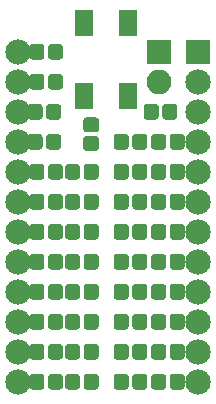
<source format=gbr>
G04 #@! TF.GenerationSoftware,KiCad,Pcbnew,(5.0.0)*
G04 #@! TF.CreationDate,2019-11-08T16:30:22-06:00*
G04 #@! TF.ProjectId,BlueMicro_LED_tester,426C75654D6963726F5F4C45445F7465,rev?*
G04 #@! TF.SameCoordinates,Original*
G04 #@! TF.FileFunction,Soldermask,Top*
G04 #@! TF.FilePolarity,Negative*
%FSLAX46Y46*%
G04 Gerber Fmt 4.6, Leading zero omitted, Abs format (unit mm)*
G04 Created by KiCad (PCBNEW (5.0.0)) date 11/08/19 16:30:22*
%MOMM*%
%LPD*%
G01*
G04 APERTURE LIST*
%ADD10R,1.500000X2.200000*%
%ADD11R,2.100000X2.100000*%
%ADD12O,2.100000X2.100000*%
%ADD13R,2.152600X2.152600*%
%ADD14C,2.152600*%
%ADD15C,0.100000*%
%ADD16C,1.275000*%
G04 APERTURE END LIST*
D10*
G04 #@! TO.C,SW1*
X108005000Y-76125000D03*
X108005000Y-69925000D03*
X111705000Y-76125000D03*
X111705000Y-69925000D03*
G04 #@! TD*
D11*
G04 #@! TO.C,J1*
X114300000Y-72390000D03*
D12*
X114300000Y-74930000D03*
G04 #@! TD*
D13*
G04 #@! TO.C,U1*
X117620000Y-72390000D03*
D14*
X117620000Y-74930000D03*
X117620000Y-77470000D03*
X117620000Y-80010000D03*
X117620000Y-82550000D03*
X117620000Y-85090000D03*
X117620000Y-87630000D03*
X117620000Y-90170000D03*
X117620000Y-92710000D03*
X117620000Y-95250000D03*
X117620000Y-97790000D03*
X117620000Y-100330000D03*
X102380000Y-100330000D03*
X102380000Y-97790000D03*
X102380000Y-95250000D03*
X102380000Y-92710000D03*
X102380000Y-90170000D03*
X102380000Y-87630000D03*
X102380000Y-85090000D03*
X102380000Y-82550000D03*
X102380000Y-80010000D03*
X102380000Y-77470000D03*
X102380000Y-74930000D03*
X102380000Y-72390000D03*
G04 #@! TD*
D15*
G04 #@! TO.C,D1*
G36*
X114014994Y-76796535D02*
X114045936Y-76801125D01*
X114076279Y-76808725D01*
X114105731Y-76819263D01*
X114134009Y-76832638D01*
X114160839Y-76848719D01*
X114185964Y-76867353D01*
X114209141Y-76888360D01*
X114230148Y-76911537D01*
X114248782Y-76936662D01*
X114264863Y-76963492D01*
X114278238Y-76991770D01*
X114288776Y-77021222D01*
X114296376Y-77051565D01*
X114300966Y-77082507D01*
X114302501Y-77113750D01*
X114302501Y-77826250D01*
X114300966Y-77857493D01*
X114296376Y-77888435D01*
X114288776Y-77918778D01*
X114278238Y-77948230D01*
X114264863Y-77976508D01*
X114248782Y-78003338D01*
X114230148Y-78028463D01*
X114209141Y-78051640D01*
X114185964Y-78072647D01*
X114160839Y-78091281D01*
X114134009Y-78107362D01*
X114105731Y-78120737D01*
X114076279Y-78131275D01*
X114045936Y-78138875D01*
X114014994Y-78143465D01*
X113983751Y-78145000D01*
X113346251Y-78145000D01*
X113315008Y-78143465D01*
X113284066Y-78138875D01*
X113253723Y-78131275D01*
X113224271Y-78120737D01*
X113195993Y-78107362D01*
X113169163Y-78091281D01*
X113144038Y-78072647D01*
X113120861Y-78051640D01*
X113099854Y-78028463D01*
X113081220Y-78003338D01*
X113065139Y-77976508D01*
X113051764Y-77948230D01*
X113041226Y-77918778D01*
X113033626Y-77888435D01*
X113029036Y-77857493D01*
X113027501Y-77826250D01*
X113027501Y-77113750D01*
X113029036Y-77082507D01*
X113033626Y-77051565D01*
X113041226Y-77021222D01*
X113051764Y-76991770D01*
X113065139Y-76963492D01*
X113081220Y-76936662D01*
X113099854Y-76911537D01*
X113120861Y-76888360D01*
X113144038Y-76867353D01*
X113169163Y-76848719D01*
X113195993Y-76832638D01*
X113224271Y-76819263D01*
X113253723Y-76808725D01*
X113284066Y-76801125D01*
X113315008Y-76796535D01*
X113346251Y-76795000D01*
X113983751Y-76795000D01*
X114014994Y-76796535D01*
X114014994Y-76796535D01*
G37*
D16*
X113665001Y-77470000D03*
D15*
G36*
X115589994Y-76796535D02*
X115620936Y-76801125D01*
X115651279Y-76808725D01*
X115680731Y-76819263D01*
X115709009Y-76832638D01*
X115735839Y-76848719D01*
X115760964Y-76867353D01*
X115784141Y-76888360D01*
X115805148Y-76911537D01*
X115823782Y-76936662D01*
X115839863Y-76963492D01*
X115853238Y-76991770D01*
X115863776Y-77021222D01*
X115871376Y-77051565D01*
X115875966Y-77082507D01*
X115877501Y-77113750D01*
X115877501Y-77826250D01*
X115875966Y-77857493D01*
X115871376Y-77888435D01*
X115863776Y-77918778D01*
X115853238Y-77948230D01*
X115839863Y-77976508D01*
X115823782Y-78003338D01*
X115805148Y-78028463D01*
X115784141Y-78051640D01*
X115760964Y-78072647D01*
X115735839Y-78091281D01*
X115709009Y-78107362D01*
X115680731Y-78120737D01*
X115651279Y-78131275D01*
X115620936Y-78138875D01*
X115589994Y-78143465D01*
X115558751Y-78145000D01*
X114921251Y-78145000D01*
X114890008Y-78143465D01*
X114859066Y-78138875D01*
X114828723Y-78131275D01*
X114799271Y-78120737D01*
X114770993Y-78107362D01*
X114744163Y-78091281D01*
X114719038Y-78072647D01*
X114695861Y-78051640D01*
X114674854Y-78028463D01*
X114656220Y-78003338D01*
X114640139Y-77976508D01*
X114626764Y-77948230D01*
X114616226Y-77918778D01*
X114608626Y-77888435D01*
X114604036Y-77857493D01*
X114602501Y-77826250D01*
X114602501Y-77113750D01*
X114604036Y-77082507D01*
X114608626Y-77051565D01*
X114616226Y-77021222D01*
X114626764Y-76991770D01*
X114640139Y-76963492D01*
X114656220Y-76936662D01*
X114674854Y-76911537D01*
X114695861Y-76888360D01*
X114719038Y-76867353D01*
X114744163Y-76848719D01*
X114770993Y-76832638D01*
X114799271Y-76819263D01*
X114828723Y-76808725D01*
X114859066Y-76801125D01*
X114890008Y-76796535D01*
X114921251Y-76795000D01*
X115558751Y-76795000D01*
X115589994Y-76796535D01*
X115589994Y-76796535D01*
G37*
D16*
X115240001Y-77470000D03*
G04 #@! TD*
D15*
G04 #@! TO.C,D2*
G36*
X105912493Y-71716535D02*
X105943435Y-71721125D01*
X105973778Y-71728725D01*
X106003230Y-71739263D01*
X106031508Y-71752638D01*
X106058338Y-71768719D01*
X106083463Y-71787353D01*
X106106640Y-71808360D01*
X106127647Y-71831537D01*
X106146281Y-71856662D01*
X106162362Y-71883492D01*
X106175737Y-71911770D01*
X106186275Y-71941222D01*
X106193875Y-71971565D01*
X106198465Y-72002507D01*
X106200000Y-72033750D01*
X106200000Y-72746250D01*
X106198465Y-72777493D01*
X106193875Y-72808435D01*
X106186275Y-72838778D01*
X106175737Y-72868230D01*
X106162362Y-72896508D01*
X106146281Y-72923338D01*
X106127647Y-72948463D01*
X106106640Y-72971640D01*
X106083463Y-72992647D01*
X106058338Y-73011281D01*
X106031508Y-73027362D01*
X106003230Y-73040737D01*
X105973778Y-73051275D01*
X105943435Y-73058875D01*
X105912493Y-73063465D01*
X105881250Y-73065000D01*
X105243750Y-73065000D01*
X105212507Y-73063465D01*
X105181565Y-73058875D01*
X105151222Y-73051275D01*
X105121770Y-73040737D01*
X105093492Y-73027362D01*
X105066662Y-73011281D01*
X105041537Y-72992647D01*
X105018360Y-72971640D01*
X104997353Y-72948463D01*
X104978719Y-72923338D01*
X104962638Y-72896508D01*
X104949263Y-72868230D01*
X104938725Y-72838778D01*
X104931125Y-72808435D01*
X104926535Y-72777493D01*
X104925000Y-72746250D01*
X104925000Y-72033750D01*
X104926535Y-72002507D01*
X104931125Y-71971565D01*
X104938725Y-71941222D01*
X104949263Y-71911770D01*
X104962638Y-71883492D01*
X104978719Y-71856662D01*
X104997353Y-71831537D01*
X105018360Y-71808360D01*
X105041537Y-71787353D01*
X105066662Y-71768719D01*
X105093492Y-71752638D01*
X105121770Y-71739263D01*
X105151222Y-71728725D01*
X105181565Y-71721125D01*
X105212507Y-71716535D01*
X105243750Y-71715000D01*
X105881250Y-71715000D01*
X105912493Y-71716535D01*
X105912493Y-71716535D01*
G37*
D16*
X105562500Y-72390000D03*
D15*
G36*
X104337493Y-71716535D02*
X104368435Y-71721125D01*
X104398778Y-71728725D01*
X104428230Y-71739263D01*
X104456508Y-71752638D01*
X104483338Y-71768719D01*
X104508463Y-71787353D01*
X104531640Y-71808360D01*
X104552647Y-71831537D01*
X104571281Y-71856662D01*
X104587362Y-71883492D01*
X104600737Y-71911770D01*
X104611275Y-71941222D01*
X104618875Y-71971565D01*
X104623465Y-72002507D01*
X104625000Y-72033750D01*
X104625000Y-72746250D01*
X104623465Y-72777493D01*
X104618875Y-72808435D01*
X104611275Y-72838778D01*
X104600737Y-72868230D01*
X104587362Y-72896508D01*
X104571281Y-72923338D01*
X104552647Y-72948463D01*
X104531640Y-72971640D01*
X104508463Y-72992647D01*
X104483338Y-73011281D01*
X104456508Y-73027362D01*
X104428230Y-73040737D01*
X104398778Y-73051275D01*
X104368435Y-73058875D01*
X104337493Y-73063465D01*
X104306250Y-73065000D01*
X103668750Y-73065000D01*
X103637507Y-73063465D01*
X103606565Y-73058875D01*
X103576222Y-73051275D01*
X103546770Y-73040737D01*
X103518492Y-73027362D01*
X103491662Y-73011281D01*
X103466537Y-72992647D01*
X103443360Y-72971640D01*
X103422353Y-72948463D01*
X103403719Y-72923338D01*
X103387638Y-72896508D01*
X103374263Y-72868230D01*
X103363725Y-72838778D01*
X103356125Y-72808435D01*
X103351535Y-72777493D01*
X103350000Y-72746250D01*
X103350000Y-72033750D01*
X103351535Y-72002507D01*
X103356125Y-71971565D01*
X103363725Y-71941222D01*
X103374263Y-71911770D01*
X103387638Y-71883492D01*
X103403719Y-71856662D01*
X103422353Y-71831537D01*
X103443360Y-71808360D01*
X103466537Y-71787353D01*
X103491662Y-71768719D01*
X103518492Y-71752638D01*
X103546770Y-71739263D01*
X103576222Y-71728725D01*
X103606565Y-71721125D01*
X103637507Y-71716535D01*
X103668750Y-71715000D01*
X104306250Y-71715000D01*
X104337493Y-71716535D01*
X104337493Y-71716535D01*
G37*
D16*
X103987500Y-72390000D03*
G04 #@! TD*
D15*
G04 #@! TO.C,D3*
G36*
X104337493Y-74256535D02*
X104368435Y-74261125D01*
X104398778Y-74268725D01*
X104428230Y-74279263D01*
X104456508Y-74292638D01*
X104483338Y-74308719D01*
X104508463Y-74327353D01*
X104531640Y-74348360D01*
X104552647Y-74371537D01*
X104571281Y-74396662D01*
X104587362Y-74423492D01*
X104600737Y-74451770D01*
X104611275Y-74481222D01*
X104618875Y-74511565D01*
X104623465Y-74542507D01*
X104625000Y-74573750D01*
X104625000Y-75286250D01*
X104623465Y-75317493D01*
X104618875Y-75348435D01*
X104611275Y-75378778D01*
X104600737Y-75408230D01*
X104587362Y-75436508D01*
X104571281Y-75463338D01*
X104552647Y-75488463D01*
X104531640Y-75511640D01*
X104508463Y-75532647D01*
X104483338Y-75551281D01*
X104456508Y-75567362D01*
X104428230Y-75580737D01*
X104398778Y-75591275D01*
X104368435Y-75598875D01*
X104337493Y-75603465D01*
X104306250Y-75605000D01*
X103668750Y-75605000D01*
X103637507Y-75603465D01*
X103606565Y-75598875D01*
X103576222Y-75591275D01*
X103546770Y-75580737D01*
X103518492Y-75567362D01*
X103491662Y-75551281D01*
X103466537Y-75532647D01*
X103443360Y-75511640D01*
X103422353Y-75488463D01*
X103403719Y-75463338D01*
X103387638Y-75436508D01*
X103374263Y-75408230D01*
X103363725Y-75378778D01*
X103356125Y-75348435D01*
X103351535Y-75317493D01*
X103350000Y-75286250D01*
X103350000Y-74573750D01*
X103351535Y-74542507D01*
X103356125Y-74511565D01*
X103363725Y-74481222D01*
X103374263Y-74451770D01*
X103387638Y-74423492D01*
X103403719Y-74396662D01*
X103422353Y-74371537D01*
X103443360Y-74348360D01*
X103466537Y-74327353D01*
X103491662Y-74308719D01*
X103518492Y-74292638D01*
X103546770Y-74279263D01*
X103576222Y-74268725D01*
X103606565Y-74261125D01*
X103637507Y-74256535D01*
X103668750Y-74255000D01*
X104306250Y-74255000D01*
X104337493Y-74256535D01*
X104337493Y-74256535D01*
G37*
D16*
X103987500Y-74930000D03*
D15*
G36*
X105912493Y-74256535D02*
X105943435Y-74261125D01*
X105973778Y-74268725D01*
X106003230Y-74279263D01*
X106031508Y-74292638D01*
X106058338Y-74308719D01*
X106083463Y-74327353D01*
X106106640Y-74348360D01*
X106127647Y-74371537D01*
X106146281Y-74396662D01*
X106162362Y-74423492D01*
X106175737Y-74451770D01*
X106186275Y-74481222D01*
X106193875Y-74511565D01*
X106198465Y-74542507D01*
X106200000Y-74573750D01*
X106200000Y-75286250D01*
X106198465Y-75317493D01*
X106193875Y-75348435D01*
X106186275Y-75378778D01*
X106175737Y-75408230D01*
X106162362Y-75436508D01*
X106146281Y-75463338D01*
X106127647Y-75488463D01*
X106106640Y-75511640D01*
X106083463Y-75532647D01*
X106058338Y-75551281D01*
X106031508Y-75567362D01*
X106003230Y-75580737D01*
X105973778Y-75591275D01*
X105943435Y-75598875D01*
X105912493Y-75603465D01*
X105881250Y-75605000D01*
X105243750Y-75605000D01*
X105212507Y-75603465D01*
X105181565Y-75598875D01*
X105151222Y-75591275D01*
X105121770Y-75580737D01*
X105093492Y-75567362D01*
X105066662Y-75551281D01*
X105041537Y-75532647D01*
X105018360Y-75511640D01*
X104997353Y-75488463D01*
X104978719Y-75463338D01*
X104962638Y-75436508D01*
X104949263Y-75408230D01*
X104938725Y-75378778D01*
X104931125Y-75348435D01*
X104926535Y-75317493D01*
X104925000Y-75286250D01*
X104925000Y-74573750D01*
X104926535Y-74542507D01*
X104931125Y-74511565D01*
X104938725Y-74481222D01*
X104949263Y-74451770D01*
X104962638Y-74423492D01*
X104978719Y-74396662D01*
X104997353Y-74371537D01*
X105018360Y-74348360D01*
X105041537Y-74327353D01*
X105066662Y-74308719D01*
X105093492Y-74292638D01*
X105121770Y-74279263D01*
X105151222Y-74268725D01*
X105181565Y-74261125D01*
X105212507Y-74256535D01*
X105243750Y-74255000D01*
X105881250Y-74255000D01*
X105912493Y-74256535D01*
X105912493Y-74256535D01*
G37*
D16*
X105562500Y-74930000D03*
G04 #@! TD*
D15*
G04 #@! TO.C,D4*
G36*
X105912493Y-81876535D02*
X105943435Y-81881125D01*
X105973778Y-81888725D01*
X106003230Y-81899263D01*
X106031508Y-81912638D01*
X106058338Y-81928719D01*
X106083463Y-81947353D01*
X106106640Y-81968360D01*
X106127647Y-81991537D01*
X106146281Y-82016662D01*
X106162362Y-82043492D01*
X106175737Y-82071770D01*
X106186275Y-82101222D01*
X106193875Y-82131565D01*
X106198465Y-82162507D01*
X106200000Y-82193750D01*
X106200000Y-82906250D01*
X106198465Y-82937493D01*
X106193875Y-82968435D01*
X106186275Y-82998778D01*
X106175737Y-83028230D01*
X106162362Y-83056508D01*
X106146281Y-83083338D01*
X106127647Y-83108463D01*
X106106640Y-83131640D01*
X106083463Y-83152647D01*
X106058338Y-83171281D01*
X106031508Y-83187362D01*
X106003230Y-83200737D01*
X105973778Y-83211275D01*
X105943435Y-83218875D01*
X105912493Y-83223465D01*
X105881250Y-83225000D01*
X105243750Y-83225000D01*
X105212507Y-83223465D01*
X105181565Y-83218875D01*
X105151222Y-83211275D01*
X105121770Y-83200737D01*
X105093492Y-83187362D01*
X105066662Y-83171281D01*
X105041537Y-83152647D01*
X105018360Y-83131640D01*
X104997353Y-83108463D01*
X104978719Y-83083338D01*
X104962638Y-83056508D01*
X104949263Y-83028230D01*
X104938725Y-82998778D01*
X104931125Y-82968435D01*
X104926535Y-82937493D01*
X104925000Y-82906250D01*
X104925000Y-82193750D01*
X104926535Y-82162507D01*
X104931125Y-82131565D01*
X104938725Y-82101222D01*
X104949263Y-82071770D01*
X104962638Y-82043492D01*
X104978719Y-82016662D01*
X104997353Y-81991537D01*
X105018360Y-81968360D01*
X105041537Y-81947353D01*
X105066662Y-81928719D01*
X105093492Y-81912638D01*
X105121770Y-81899263D01*
X105151222Y-81888725D01*
X105181565Y-81881125D01*
X105212507Y-81876535D01*
X105243750Y-81875000D01*
X105881250Y-81875000D01*
X105912493Y-81876535D01*
X105912493Y-81876535D01*
G37*
D16*
X105562500Y-82550000D03*
D15*
G36*
X104337493Y-81876535D02*
X104368435Y-81881125D01*
X104398778Y-81888725D01*
X104428230Y-81899263D01*
X104456508Y-81912638D01*
X104483338Y-81928719D01*
X104508463Y-81947353D01*
X104531640Y-81968360D01*
X104552647Y-81991537D01*
X104571281Y-82016662D01*
X104587362Y-82043492D01*
X104600737Y-82071770D01*
X104611275Y-82101222D01*
X104618875Y-82131565D01*
X104623465Y-82162507D01*
X104625000Y-82193750D01*
X104625000Y-82906250D01*
X104623465Y-82937493D01*
X104618875Y-82968435D01*
X104611275Y-82998778D01*
X104600737Y-83028230D01*
X104587362Y-83056508D01*
X104571281Y-83083338D01*
X104552647Y-83108463D01*
X104531640Y-83131640D01*
X104508463Y-83152647D01*
X104483338Y-83171281D01*
X104456508Y-83187362D01*
X104428230Y-83200737D01*
X104398778Y-83211275D01*
X104368435Y-83218875D01*
X104337493Y-83223465D01*
X104306250Y-83225000D01*
X103668750Y-83225000D01*
X103637507Y-83223465D01*
X103606565Y-83218875D01*
X103576222Y-83211275D01*
X103546770Y-83200737D01*
X103518492Y-83187362D01*
X103491662Y-83171281D01*
X103466537Y-83152647D01*
X103443360Y-83131640D01*
X103422353Y-83108463D01*
X103403719Y-83083338D01*
X103387638Y-83056508D01*
X103374263Y-83028230D01*
X103363725Y-82998778D01*
X103356125Y-82968435D01*
X103351535Y-82937493D01*
X103350000Y-82906250D01*
X103350000Y-82193750D01*
X103351535Y-82162507D01*
X103356125Y-82131565D01*
X103363725Y-82101222D01*
X103374263Y-82071770D01*
X103387638Y-82043492D01*
X103403719Y-82016662D01*
X103422353Y-81991537D01*
X103443360Y-81968360D01*
X103466537Y-81947353D01*
X103491662Y-81928719D01*
X103518492Y-81912638D01*
X103546770Y-81899263D01*
X103576222Y-81888725D01*
X103606565Y-81881125D01*
X103637507Y-81876535D01*
X103668750Y-81875000D01*
X104306250Y-81875000D01*
X104337493Y-81876535D01*
X104337493Y-81876535D01*
G37*
D16*
X103987500Y-82550000D03*
G04 #@! TD*
D15*
G04 #@! TO.C,D5*
G36*
X104337493Y-84416535D02*
X104368435Y-84421125D01*
X104398778Y-84428725D01*
X104428230Y-84439263D01*
X104456508Y-84452638D01*
X104483338Y-84468719D01*
X104508463Y-84487353D01*
X104531640Y-84508360D01*
X104552647Y-84531537D01*
X104571281Y-84556662D01*
X104587362Y-84583492D01*
X104600737Y-84611770D01*
X104611275Y-84641222D01*
X104618875Y-84671565D01*
X104623465Y-84702507D01*
X104625000Y-84733750D01*
X104625000Y-85446250D01*
X104623465Y-85477493D01*
X104618875Y-85508435D01*
X104611275Y-85538778D01*
X104600737Y-85568230D01*
X104587362Y-85596508D01*
X104571281Y-85623338D01*
X104552647Y-85648463D01*
X104531640Y-85671640D01*
X104508463Y-85692647D01*
X104483338Y-85711281D01*
X104456508Y-85727362D01*
X104428230Y-85740737D01*
X104398778Y-85751275D01*
X104368435Y-85758875D01*
X104337493Y-85763465D01*
X104306250Y-85765000D01*
X103668750Y-85765000D01*
X103637507Y-85763465D01*
X103606565Y-85758875D01*
X103576222Y-85751275D01*
X103546770Y-85740737D01*
X103518492Y-85727362D01*
X103491662Y-85711281D01*
X103466537Y-85692647D01*
X103443360Y-85671640D01*
X103422353Y-85648463D01*
X103403719Y-85623338D01*
X103387638Y-85596508D01*
X103374263Y-85568230D01*
X103363725Y-85538778D01*
X103356125Y-85508435D01*
X103351535Y-85477493D01*
X103350000Y-85446250D01*
X103350000Y-84733750D01*
X103351535Y-84702507D01*
X103356125Y-84671565D01*
X103363725Y-84641222D01*
X103374263Y-84611770D01*
X103387638Y-84583492D01*
X103403719Y-84556662D01*
X103422353Y-84531537D01*
X103443360Y-84508360D01*
X103466537Y-84487353D01*
X103491662Y-84468719D01*
X103518492Y-84452638D01*
X103546770Y-84439263D01*
X103576222Y-84428725D01*
X103606565Y-84421125D01*
X103637507Y-84416535D01*
X103668750Y-84415000D01*
X104306250Y-84415000D01*
X104337493Y-84416535D01*
X104337493Y-84416535D01*
G37*
D16*
X103987500Y-85090000D03*
D15*
G36*
X105912493Y-84416535D02*
X105943435Y-84421125D01*
X105973778Y-84428725D01*
X106003230Y-84439263D01*
X106031508Y-84452638D01*
X106058338Y-84468719D01*
X106083463Y-84487353D01*
X106106640Y-84508360D01*
X106127647Y-84531537D01*
X106146281Y-84556662D01*
X106162362Y-84583492D01*
X106175737Y-84611770D01*
X106186275Y-84641222D01*
X106193875Y-84671565D01*
X106198465Y-84702507D01*
X106200000Y-84733750D01*
X106200000Y-85446250D01*
X106198465Y-85477493D01*
X106193875Y-85508435D01*
X106186275Y-85538778D01*
X106175737Y-85568230D01*
X106162362Y-85596508D01*
X106146281Y-85623338D01*
X106127647Y-85648463D01*
X106106640Y-85671640D01*
X106083463Y-85692647D01*
X106058338Y-85711281D01*
X106031508Y-85727362D01*
X106003230Y-85740737D01*
X105973778Y-85751275D01*
X105943435Y-85758875D01*
X105912493Y-85763465D01*
X105881250Y-85765000D01*
X105243750Y-85765000D01*
X105212507Y-85763465D01*
X105181565Y-85758875D01*
X105151222Y-85751275D01*
X105121770Y-85740737D01*
X105093492Y-85727362D01*
X105066662Y-85711281D01*
X105041537Y-85692647D01*
X105018360Y-85671640D01*
X104997353Y-85648463D01*
X104978719Y-85623338D01*
X104962638Y-85596508D01*
X104949263Y-85568230D01*
X104938725Y-85538778D01*
X104931125Y-85508435D01*
X104926535Y-85477493D01*
X104925000Y-85446250D01*
X104925000Y-84733750D01*
X104926535Y-84702507D01*
X104931125Y-84671565D01*
X104938725Y-84641222D01*
X104949263Y-84611770D01*
X104962638Y-84583492D01*
X104978719Y-84556662D01*
X104997353Y-84531537D01*
X105018360Y-84508360D01*
X105041537Y-84487353D01*
X105066662Y-84468719D01*
X105093492Y-84452638D01*
X105121770Y-84439263D01*
X105151222Y-84428725D01*
X105181565Y-84421125D01*
X105212507Y-84416535D01*
X105243750Y-84415000D01*
X105881250Y-84415000D01*
X105912493Y-84416535D01*
X105912493Y-84416535D01*
G37*
D16*
X105562500Y-85090000D03*
G04 #@! TD*
D15*
G04 #@! TO.C,D6*
G36*
X104337493Y-86956535D02*
X104368435Y-86961125D01*
X104398778Y-86968725D01*
X104428230Y-86979263D01*
X104456508Y-86992638D01*
X104483338Y-87008719D01*
X104508463Y-87027353D01*
X104531640Y-87048360D01*
X104552647Y-87071537D01*
X104571281Y-87096662D01*
X104587362Y-87123492D01*
X104600737Y-87151770D01*
X104611275Y-87181222D01*
X104618875Y-87211565D01*
X104623465Y-87242507D01*
X104625000Y-87273750D01*
X104625000Y-87986250D01*
X104623465Y-88017493D01*
X104618875Y-88048435D01*
X104611275Y-88078778D01*
X104600737Y-88108230D01*
X104587362Y-88136508D01*
X104571281Y-88163338D01*
X104552647Y-88188463D01*
X104531640Y-88211640D01*
X104508463Y-88232647D01*
X104483338Y-88251281D01*
X104456508Y-88267362D01*
X104428230Y-88280737D01*
X104398778Y-88291275D01*
X104368435Y-88298875D01*
X104337493Y-88303465D01*
X104306250Y-88305000D01*
X103668750Y-88305000D01*
X103637507Y-88303465D01*
X103606565Y-88298875D01*
X103576222Y-88291275D01*
X103546770Y-88280737D01*
X103518492Y-88267362D01*
X103491662Y-88251281D01*
X103466537Y-88232647D01*
X103443360Y-88211640D01*
X103422353Y-88188463D01*
X103403719Y-88163338D01*
X103387638Y-88136508D01*
X103374263Y-88108230D01*
X103363725Y-88078778D01*
X103356125Y-88048435D01*
X103351535Y-88017493D01*
X103350000Y-87986250D01*
X103350000Y-87273750D01*
X103351535Y-87242507D01*
X103356125Y-87211565D01*
X103363725Y-87181222D01*
X103374263Y-87151770D01*
X103387638Y-87123492D01*
X103403719Y-87096662D01*
X103422353Y-87071537D01*
X103443360Y-87048360D01*
X103466537Y-87027353D01*
X103491662Y-87008719D01*
X103518492Y-86992638D01*
X103546770Y-86979263D01*
X103576222Y-86968725D01*
X103606565Y-86961125D01*
X103637507Y-86956535D01*
X103668750Y-86955000D01*
X104306250Y-86955000D01*
X104337493Y-86956535D01*
X104337493Y-86956535D01*
G37*
D16*
X103987500Y-87630000D03*
D15*
G36*
X105912493Y-86956535D02*
X105943435Y-86961125D01*
X105973778Y-86968725D01*
X106003230Y-86979263D01*
X106031508Y-86992638D01*
X106058338Y-87008719D01*
X106083463Y-87027353D01*
X106106640Y-87048360D01*
X106127647Y-87071537D01*
X106146281Y-87096662D01*
X106162362Y-87123492D01*
X106175737Y-87151770D01*
X106186275Y-87181222D01*
X106193875Y-87211565D01*
X106198465Y-87242507D01*
X106200000Y-87273750D01*
X106200000Y-87986250D01*
X106198465Y-88017493D01*
X106193875Y-88048435D01*
X106186275Y-88078778D01*
X106175737Y-88108230D01*
X106162362Y-88136508D01*
X106146281Y-88163338D01*
X106127647Y-88188463D01*
X106106640Y-88211640D01*
X106083463Y-88232647D01*
X106058338Y-88251281D01*
X106031508Y-88267362D01*
X106003230Y-88280737D01*
X105973778Y-88291275D01*
X105943435Y-88298875D01*
X105912493Y-88303465D01*
X105881250Y-88305000D01*
X105243750Y-88305000D01*
X105212507Y-88303465D01*
X105181565Y-88298875D01*
X105151222Y-88291275D01*
X105121770Y-88280737D01*
X105093492Y-88267362D01*
X105066662Y-88251281D01*
X105041537Y-88232647D01*
X105018360Y-88211640D01*
X104997353Y-88188463D01*
X104978719Y-88163338D01*
X104962638Y-88136508D01*
X104949263Y-88108230D01*
X104938725Y-88078778D01*
X104931125Y-88048435D01*
X104926535Y-88017493D01*
X104925000Y-87986250D01*
X104925000Y-87273750D01*
X104926535Y-87242507D01*
X104931125Y-87211565D01*
X104938725Y-87181222D01*
X104949263Y-87151770D01*
X104962638Y-87123492D01*
X104978719Y-87096662D01*
X104997353Y-87071537D01*
X105018360Y-87048360D01*
X105041537Y-87027353D01*
X105066662Y-87008719D01*
X105093492Y-86992638D01*
X105121770Y-86979263D01*
X105151222Y-86968725D01*
X105181565Y-86961125D01*
X105212507Y-86956535D01*
X105243750Y-86955000D01*
X105881250Y-86955000D01*
X105912493Y-86956535D01*
X105912493Y-86956535D01*
G37*
D16*
X105562500Y-87630000D03*
G04 #@! TD*
D15*
G04 #@! TO.C,D7*
G36*
X105912493Y-89496535D02*
X105943435Y-89501125D01*
X105973778Y-89508725D01*
X106003230Y-89519263D01*
X106031508Y-89532638D01*
X106058338Y-89548719D01*
X106083463Y-89567353D01*
X106106640Y-89588360D01*
X106127647Y-89611537D01*
X106146281Y-89636662D01*
X106162362Y-89663492D01*
X106175737Y-89691770D01*
X106186275Y-89721222D01*
X106193875Y-89751565D01*
X106198465Y-89782507D01*
X106200000Y-89813750D01*
X106200000Y-90526250D01*
X106198465Y-90557493D01*
X106193875Y-90588435D01*
X106186275Y-90618778D01*
X106175737Y-90648230D01*
X106162362Y-90676508D01*
X106146281Y-90703338D01*
X106127647Y-90728463D01*
X106106640Y-90751640D01*
X106083463Y-90772647D01*
X106058338Y-90791281D01*
X106031508Y-90807362D01*
X106003230Y-90820737D01*
X105973778Y-90831275D01*
X105943435Y-90838875D01*
X105912493Y-90843465D01*
X105881250Y-90845000D01*
X105243750Y-90845000D01*
X105212507Y-90843465D01*
X105181565Y-90838875D01*
X105151222Y-90831275D01*
X105121770Y-90820737D01*
X105093492Y-90807362D01*
X105066662Y-90791281D01*
X105041537Y-90772647D01*
X105018360Y-90751640D01*
X104997353Y-90728463D01*
X104978719Y-90703338D01*
X104962638Y-90676508D01*
X104949263Y-90648230D01*
X104938725Y-90618778D01*
X104931125Y-90588435D01*
X104926535Y-90557493D01*
X104925000Y-90526250D01*
X104925000Y-89813750D01*
X104926535Y-89782507D01*
X104931125Y-89751565D01*
X104938725Y-89721222D01*
X104949263Y-89691770D01*
X104962638Y-89663492D01*
X104978719Y-89636662D01*
X104997353Y-89611537D01*
X105018360Y-89588360D01*
X105041537Y-89567353D01*
X105066662Y-89548719D01*
X105093492Y-89532638D01*
X105121770Y-89519263D01*
X105151222Y-89508725D01*
X105181565Y-89501125D01*
X105212507Y-89496535D01*
X105243750Y-89495000D01*
X105881250Y-89495000D01*
X105912493Y-89496535D01*
X105912493Y-89496535D01*
G37*
D16*
X105562500Y-90170000D03*
D15*
G36*
X104337493Y-89496535D02*
X104368435Y-89501125D01*
X104398778Y-89508725D01*
X104428230Y-89519263D01*
X104456508Y-89532638D01*
X104483338Y-89548719D01*
X104508463Y-89567353D01*
X104531640Y-89588360D01*
X104552647Y-89611537D01*
X104571281Y-89636662D01*
X104587362Y-89663492D01*
X104600737Y-89691770D01*
X104611275Y-89721222D01*
X104618875Y-89751565D01*
X104623465Y-89782507D01*
X104625000Y-89813750D01*
X104625000Y-90526250D01*
X104623465Y-90557493D01*
X104618875Y-90588435D01*
X104611275Y-90618778D01*
X104600737Y-90648230D01*
X104587362Y-90676508D01*
X104571281Y-90703338D01*
X104552647Y-90728463D01*
X104531640Y-90751640D01*
X104508463Y-90772647D01*
X104483338Y-90791281D01*
X104456508Y-90807362D01*
X104428230Y-90820737D01*
X104398778Y-90831275D01*
X104368435Y-90838875D01*
X104337493Y-90843465D01*
X104306250Y-90845000D01*
X103668750Y-90845000D01*
X103637507Y-90843465D01*
X103606565Y-90838875D01*
X103576222Y-90831275D01*
X103546770Y-90820737D01*
X103518492Y-90807362D01*
X103491662Y-90791281D01*
X103466537Y-90772647D01*
X103443360Y-90751640D01*
X103422353Y-90728463D01*
X103403719Y-90703338D01*
X103387638Y-90676508D01*
X103374263Y-90648230D01*
X103363725Y-90618778D01*
X103356125Y-90588435D01*
X103351535Y-90557493D01*
X103350000Y-90526250D01*
X103350000Y-89813750D01*
X103351535Y-89782507D01*
X103356125Y-89751565D01*
X103363725Y-89721222D01*
X103374263Y-89691770D01*
X103387638Y-89663492D01*
X103403719Y-89636662D01*
X103422353Y-89611537D01*
X103443360Y-89588360D01*
X103466537Y-89567353D01*
X103491662Y-89548719D01*
X103518492Y-89532638D01*
X103546770Y-89519263D01*
X103576222Y-89508725D01*
X103606565Y-89501125D01*
X103637507Y-89496535D01*
X103668750Y-89495000D01*
X104306250Y-89495000D01*
X104337493Y-89496535D01*
X104337493Y-89496535D01*
G37*
D16*
X103987500Y-90170000D03*
G04 #@! TD*
D15*
G04 #@! TO.C,D8*
G36*
X105912493Y-92036535D02*
X105943435Y-92041125D01*
X105973778Y-92048725D01*
X106003230Y-92059263D01*
X106031508Y-92072638D01*
X106058338Y-92088719D01*
X106083463Y-92107353D01*
X106106640Y-92128360D01*
X106127647Y-92151537D01*
X106146281Y-92176662D01*
X106162362Y-92203492D01*
X106175737Y-92231770D01*
X106186275Y-92261222D01*
X106193875Y-92291565D01*
X106198465Y-92322507D01*
X106200000Y-92353750D01*
X106200000Y-93066250D01*
X106198465Y-93097493D01*
X106193875Y-93128435D01*
X106186275Y-93158778D01*
X106175737Y-93188230D01*
X106162362Y-93216508D01*
X106146281Y-93243338D01*
X106127647Y-93268463D01*
X106106640Y-93291640D01*
X106083463Y-93312647D01*
X106058338Y-93331281D01*
X106031508Y-93347362D01*
X106003230Y-93360737D01*
X105973778Y-93371275D01*
X105943435Y-93378875D01*
X105912493Y-93383465D01*
X105881250Y-93385000D01*
X105243750Y-93385000D01*
X105212507Y-93383465D01*
X105181565Y-93378875D01*
X105151222Y-93371275D01*
X105121770Y-93360737D01*
X105093492Y-93347362D01*
X105066662Y-93331281D01*
X105041537Y-93312647D01*
X105018360Y-93291640D01*
X104997353Y-93268463D01*
X104978719Y-93243338D01*
X104962638Y-93216508D01*
X104949263Y-93188230D01*
X104938725Y-93158778D01*
X104931125Y-93128435D01*
X104926535Y-93097493D01*
X104925000Y-93066250D01*
X104925000Y-92353750D01*
X104926535Y-92322507D01*
X104931125Y-92291565D01*
X104938725Y-92261222D01*
X104949263Y-92231770D01*
X104962638Y-92203492D01*
X104978719Y-92176662D01*
X104997353Y-92151537D01*
X105018360Y-92128360D01*
X105041537Y-92107353D01*
X105066662Y-92088719D01*
X105093492Y-92072638D01*
X105121770Y-92059263D01*
X105151222Y-92048725D01*
X105181565Y-92041125D01*
X105212507Y-92036535D01*
X105243750Y-92035000D01*
X105881250Y-92035000D01*
X105912493Y-92036535D01*
X105912493Y-92036535D01*
G37*
D16*
X105562500Y-92710000D03*
D15*
G36*
X104337493Y-92036535D02*
X104368435Y-92041125D01*
X104398778Y-92048725D01*
X104428230Y-92059263D01*
X104456508Y-92072638D01*
X104483338Y-92088719D01*
X104508463Y-92107353D01*
X104531640Y-92128360D01*
X104552647Y-92151537D01*
X104571281Y-92176662D01*
X104587362Y-92203492D01*
X104600737Y-92231770D01*
X104611275Y-92261222D01*
X104618875Y-92291565D01*
X104623465Y-92322507D01*
X104625000Y-92353750D01*
X104625000Y-93066250D01*
X104623465Y-93097493D01*
X104618875Y-93128435D01*
X104611275Y-93158778D01*
X104600737Y-93188230D01*
X104587362Y-93216508D01*
X104571281Y-93243338D01*
X104552647Y-93268463D01*
X104531640Y-93291640D01*
X104508463Y-93312647D01*
X104483338Y-93331281D01*
X104456508Y-93347362D01*
X104428230Y-93360737D01*
X104398778Y-93371275D01*
X104368435Y-93378875D01*
X104337493Y-93383465D01*
X104306250Y-93385000D01*
X103668750Y-93385000D01*
X103637507Y-93383465D01*
X103606565Y-93378875D01*
X103576222Y-93371275D01*
X103546770Y-93360737D01*
X103518492Y-93347362D01*
X103491662Y-93331281D01*
X103466537Y-93312647D01*
X103443360Y-93291640D01*
X103422353Y-93268463D01*
X103403719Y-93243338D01*
X103387638Y-93216508D01*
X103374263Y-93188230D01*
X103363725Y-93158778D01*
X103356125Y-93128435D01*
X103351535Y-93097493D01*
X103350000Y-93066250D01*
X103350000Y-92353750D01*
X103351535Y-92322507D01*
X103356125Y-92291565D01*
X103363725Y-92261222D01*
X103374263Y-92231770D01*
X103387638Y-92203492D01*
X103403719Y-92176662D01*
X103422353Y-92151537D01*
X103443360Y-92128360D01*
X103466537Y-92107353D01*
X103491662Y-92088719D01*
X103518492Y-92072638D01*
X103546770Y-92059263D01*
X103576222Y-92048725D01*
X103606565Y-92041125D01*
X103637507Y-92036535D01*
X103668750Y-92035000D01*
X104306250Y-92035000D01*
X104337493Y-92036535D01*
X104337493Y-92036535D01*
G37*
D16*
X103987500Y-92710000D03*
G04 #@! TD*
D15*
G04 #@! TO.C,D9*
G36*
X105912493Y-94576535D02*
X105943435Y-94581125D01*
X105973778Y-94588725D01*
X106003230Y-94599263D01*
X106031508Y-94612638D01*
X106058338Y-94628719D01*
X106083463Y-94647353D01*
X106106640Y-94668360D01*
X106127647Y-94691537D01*
X106146281Y-94716662D01*
X106162362Y-94743492D01*
X106175737Y-94771770D01*
X106186275Y-94801222D01*
X106193875Y-94831565D01*
X106198465Y-94862507D01*
X106200000Y-94893750D01*
X106200000Y-95606250D01*
X106198465Y-95637493D01*
X106193875Y-95668435D01*
X106186275Y-95698778D01*
X106175737Y-95728230D01*
X106162362Y-95756508D01*
X106146281Y-95783338D01*
X106127647Y-95808463D01*
X106106640Y-95831640D01*
X106083463Y-95852647D01*
X106058338Y-95871281D01*
X106031508Y-95887362D01*
X106003230Y-95900737D01*
X105973778Y-95911275D01*
X105943435Y-95918875D01*
X105912493Y-95923465D01*
X105881250Y-95925000D01*
X105243750Y-95925000D01*
X105212507Y-95923465D01*
X105181565Y-95918875D01*
X105151222Y-95911275D01*
X105121770Y-95900737D01*
X105093492Y-95887362D01*
X105066662Y-95871281D01*
X105041537Y-95852647D01*
X105018360Y-95831640D01*
X104997353Y-95808463D01*
X104978719Y-95783338D01*
X104962638Y-95756508D01*
X104949263Y-95728230D01*
X104938725Y-95698778D01*
X104931125Y-95668435D01*
X104926535Y-95637493D01*
X104925000Y-95606250D01*
X104925000Y-94893750D01*
X104926535Y-94862507D01*
X104931125Y-94831565D01*
X104938725Y-94801222D01*
X104949263Y-94771770D01*
X104962638Y-94743492D01*
X104978719Y-94716662D01*
X104997353Y-94691537D01*
X105018360Y-94668360D01*
X105041537Y-94647353D01*
X105066662Y-94628719D01*
X105093492Y-94612638D01*
X105121770Y-94599263D01*
X105151222Y-94588725D01*
X105181565Y-94581125D01*
X105212507Y-94576535D01*
X105243750Y-94575000D01*
X105881250Y-94575000D01*
X105912493Y-94576535D01*
X105912493Y-94576535D01*
G37*
D16*
X105562500Y-95250000D03*
D15*
G36*
X104337493Y-94576535D02*
X104368435Y-94581125D01*
X104398778Y-94588725D01*
X104428230Y-94599263D01*
X104456508Y-94612638D01*
X104483338Y-94628719D01*
X104508463Y-94647353D01*
X104531640Y-94668360D01*
X104552647Y-94691537D01*
X104571281Y-94716662D01*
X104587362Y-94743492D01*
X104600737Y-94771770D01*
X104611275Y-94801222D01*
X104618875Y-94831565D01*
X104623465Y-94862507D01*
X104625000Y-94893750D01*
X104625000Y-95606250D01*
X104623465Y-95637493D01*
X104618875Y-95668435D01*
X104611275Y-95698778D01*
X104600737Y-95728230D01*
X104587362Y-95756508D01*
X104571281Y-95783338D01*
X104552647Y-95808463D01*
X104531640Y-95831640D01*
X104508463Y-95852647D01*
X104483338Y-95871281D01*
X104456508Y-95887362D01*
X104428230Y-95900737D01*
X104398778Y-95911275D01*
X104368435Y-95918875D01*
X104337493Y-95923465D01*
X104306250Y-95925000D01*
X103668750Y-95925000D01*
X103637507Y-95923465D01*
X103606565Y-95918875D01*
X103576222Y-95911275D01*
X103546770Y-95900737D01*
X103518492Y-95887362D01*
X103491662Y-95871281D01*
X103466537Y-95852647D01*
X103443360Y-95831640D01*
X103422353Y-95808463D01*
X103403719Y-95783338D01*
X103387638Y-95756508D01*
X103374263Y-95728230D01*
X103363725Y-95698778D01*
X103356125Y-95668435D01*
X103351535Y-95637493D01*
X103350000Y-95606250D01*
X103350000Y-94893750D01*
X103351535Y-94862507D01*
X103356125Y-94831565D01*
X103363725Y-94801222D01*
X103374263Y-94771770D01*
X103387638Y-94743492D01*
X103403719Y-94716662D01*
X103422353Y-94691537D01*
X103443360Y-94668360D01*
X103466537Y-94647353D01*
X103491662Y-94628719D01*
X103518492Y-94612638D01*
X103546770Y-94599263D01*
X103576222Y-94588725D01*
X103606565Y-94581125D01*
X103637507Y-94576535D01*
X103668750Y-94575000D01*
X104306250Y-94575000D01*
X104337493Y-94576535D01*
X104337493Y-94576535D01*
G37*
D16*
X103987500Y-95250000D03*
G04 #@! TD*
D15*
G04 #@! TO.C,D10*
G36*
X104337493Y-97116535D02*
X104368435Y-97121125D01*
X104398778Y-97128725D01*
X104428230Y-97139263D01*
X104456508Y-97152638D01*
X104483338Y-97168719D01*
X104508463Y-97187353D01*
X104531640Y-97208360D01*
X104552647Y-97231537D01*
X104571281Y-97256662D01*
X104587362Y-97283492D01*
X104600737Y-97311770D01*
X104611275Y-97341222D01*
X104618875Y-97371565D01*
X104623465Y-97402507D01*
X104625000Y-97433750D01*
X104625000Y-98146250D01*
X104623465Y-98177493D01*
X104618875Y-98208435D01*
X104611275Y-98238778D01*
X104600737Y-98268230D01*
X104587362Y-98296508D01*
X104571281Y-98323338D01*
X104552647Y-98348463D01*
X104531640Y-98371640D01*
X104508463Y-98392647D01*
X104483338Y-98411281D01*
X104456508Y-98427362D01*
X104428230Y-98440737D01*
X104398778Y-98451275D01*
X104368435Y-98458875D01*
X104337493Y-98463465D01*
X104306250Y-98465000D01*
X103668750Y-98465000D01*
X103637507Y-98463465D01*
X103606565Y-98458875D01*
X103576222Y-98451275D01*
X103546770Y-98440737D01*
X103518492Y-98427362D01*
X103491662Y-98411281D01*
X103466537Y-98392647D01*
X103443360Y-98371640D01*
X103422353Y-98348463D01*
X103403719Y-98323338D01*
X103387638Y-98296508D01*
X103374263Y-98268230D01*
X103363725Y-98238778D01*
X103356125Y-98208435D01*
X103351535Y-98177493D01*
X103350000Y-98146250D01*
X103350000Y-97433750D01*
X103351535Y-97402507D01*
X103356125Y-97371565D01*
X103363725Y-97341222D01*
X103374263Y-97311770D01*
X103387638Y-97283492D01*
X103403719Y-97256662D01*
X103422353Y-97231537D01*
X103443360Y-97208360D01*
X103466537Y-97187353D01*
X103491662Y-97168719D01*
X103518492Y-97152638D01*
X103546770Y-97139263D01*
X103576222Y-97128725D01*
X103606565Y-97121125D01*
X103637507Y-97116535D01*
X103668750Y-97115000D01*
X104306250Y-97115000D01*
X104337493Y-97116535D01*
X104337493Y-97116535D01*
G37*
D16*
X103987500Y-97790000D03*
D15*
G36*
X105912493Y-97116535D02*
X105943435Y-97121125D01*
X105973778Y-97128725D01*
X106003230Y-97139263D01*
X106031508Y-97152638D01*
X106058338Y-97168719D01*
X106083463Y-97187353D01*
X106106640Y-97208360D01*
X106127647Y-97231537D01*
X106146281Y-97256662D01*
X106162362Y-97283492D01*
X106175737Y-97311770D01*
X106186275Y-97341222D01*
X106193875Y-97371565D01*
X106198465Y-97402507D01*
X106200000Y-97433750D01*
X106200000Y-98146250D01*
X106198465Y-98177493D01*
X106193875Y-98208435D01*
X106186275Y-98238778D01*
X106175737Y-98268230D01*
X106162362Y-98296508D01*
X106146281Y-98323338D01*
X106127647Y-98348463D01*
X106106640Y-98371640D01*
X106083463Y-98392647D01*
X106058338Y-98411281D01*
X106031508Y-98427362D01*
X106003230Y-98440737D01*
X105973778Y-98451275D01*
X105943435Y-98458875D01*
X105912493Y-98463465D01*
X105881250Y-98465000D01*
X105243750Y-98465000D01*
X105212507Y-98463465D01*
X105181565Y-98458875D01*
X105151222Y-98451275D01*
X105121770Y-98440737D01*
X105093492Y-98427362D01*
X105066662Y-98411281D01*
X105041537Y-98392647D01*
X105018360Y-98371640D01*
X104997353Y-98348463D01*
X104978719Y-98323338D01*
X104962638Y-98296508D01*
X104949263Y-98268230D01*
X104938725Y-98238778D01*
X104931125Y-98208435D01*
X104926535Y-98177493D01*
X104925000Y-98146250D01*
X104925000Y-97433750D01*
X104926535Y-97402507D01*
X104931125Y-97371565D01*
X104938725Y-97341222D01*
X104949263Y-97311770D01*
X104962638Y-97283492D01*
X104978719Y-97256662D01*
X104997353Y-97231537D01*
X105018360Y-97208360D01*
X105041537Y-97187353D01*
X105066662Y-97168719D01*
X105093492Y-97152638D01*
X105121770Y-97139263D01*
X105151222Y-97128725D01*
X105181565Y-97121125D01*
X105212507Y-97116535D01*
X105243750Y-97115000D01*
X105881250Y-97115000D01*
X105912493Y-97116535D01*
X105912493Y-97116535D01*
G37*
D16*
X105562500Y-97790000D03*
G04 #@! TD*
D15*
G04 #@! TO.C,D11*
G36*
X104337493Y-99656535D02*
X104368435Y-99661125D01*
X104398778Y-99668725D01*
X104428230Y-99679263D01*
X104456508Y-99692638D01*
X104483338Y-99708719D01*
X104508463Y-99727353D01*
X104531640Y-99748360D01*
X104552647Y-99771537D01*
X104571281Y-99796662D01*
X104587362Y-99823492D01*
X104600737Y-99851770D01*
X104611275Y-99881222D01*
X104618875Y-99911565D01*
X104623465Y-99942507D01*
X104625000Y-99973750D01*
X104625000Y-100686250D01*
X104623465Y-100717493D01*
X104618875Y-100748435D01*
X104611275Y-100778778D01*
X104600737Y-100808230D01*
X104587362Y-100836508D01*
X104571281Y-100863338D01*
X104552647Y-100888463D01*
X104531640Y-100911640D01*
X104508463Y-100932647D01*
X104483338Y-100951281D01*
X104456508Y-100967362D01*
X104428230Y-100980737D01*
X104398778Y-100991275D01*
X104368435Y-100998875D01*
X104337493Y-101003465D01*
X104306250Y-101005000D01*
X103668750Y-101005000D01*
X103637507Y-101003465D01*
X103606565Y-100998875D01*
X103576222Y-100991275D01*
X103546770Y-100980737D01*
X103518492Y-100967362D01*
X103491662Y-100951281D01*
X103466537Y-100932647D01*
X103443360Y-100911640D01*
X103422353Y-100888463D01*
X103403719Y-100863338D01*
X103387638Y-100836508D01*
X103374263Y-100808230D01*
X103363725Y-100778778D01*
X103356125Y-100748435D01*
X103351535Y-100717493D01*
X103350000Y-100686250D01*
X103350000Y-99973750D01*
X103351535Y-99942507D01*
X103356125Y-99911565D01*
X103363725Y-99881222D01*
X103374263Y-99851770D01*
X103387638Y-99823492D01*
X103403719Y-99796662D01*
X103422353Y-99771537D01*
X103443360Y-99748360D01*
X103466537Y-99727353D01*
X103491662Y-99708719D01*
X103518492Y-99692638D01*
X103546770Y-99679263D01*
X103576222Y-99668725D01*
X103606565Y-99661125D01*
X103637507Y-99656535D01*
X103668750Y-99655000D01*
X104306250Y-99655000D01*
X104337493Y-99656535D01*
X104337493Y-99656535D01*
G37*
D16*
X103987500Y-100330000D03*
D15*
G36*
X105912493Y-99656535D02*
X105943435Y-99661125D01*
X105973778Y-99668725D01*
X106003230Y-99679263D01*
X106031508Y-99692638D01*
X106058338Y-99708719D01*
X106083463Y-99727353D01*
X106106640Y-99748360D01*
X106127647Y-99771537D01*
X106146281Y-99796662D01*
X106162362Y-99823492D01*
X106175737Y-99851770D01*
X106186275Y-99881222D01*
X106193875Y-99911565D01*
X106198465Y-99942507D01*
X106200000Y-99973750D01*
X106200000Y-100686250D01*
X106198465Y-100717493D01*
X106193875Y-100748435D01*
X106186275Y-100778778D01*
X106175737Y-100808230D01*
X106162362Y-100836508D01*
X106146281Y-100863338D01*
X106127647Y-100888463D01*
X106106640Y-100911640D01*
X106083463Y-100932647D01*
X106058338Y-100951281D01*
X106031508Y-100967362D01*
X106003230Y-100980737D01*
X105973778Y-100991275D01*
X105943435Y-100998875D01*
X105912493Y-101003465D01*
X105881250Y-101005000D01*
X105243750Y-101005000D01*
X105212507Y-101003465D01*
X105181565Y-100998875D01*
X105151222Y-100991275D01*
X105121770Y-100980737D01*
X105093492Y-100967362D01*
X105066662Y-100951281D01*
X105041537Y-100932647D01*
X105018360Y-100911640D01*
X104997353Y-100888463D01*
X104978719Y-100863338D01*
X104962638Y-100836508D01*
X104949263Y-100808230D01*
X104938725Y-100778778D01*
X104931125Y-100748435D01*
X104926535Y-100717493D01*
X104925000Y-100686250D01*
X104925000Y-99973750D01*
X104926535Y-99942507D01*
X104931125Y-99911565D01*
X104938725Y-99881222D01*
X104949263Y-99851770D01*
X104962638Y-99823492D01*
X104978719Y-99796662D01*
X104997353Y-99771537D01*
X105018360Y-99748360D01*
X105041537Y-99727353D01*
X105066662Y-99708719D01*
X105093492Y-99692638D01*
X105121770Y-99679263D01*
X105151222Y-99668725D01*
X105181565Y-99661125D01*
X105212507Y-99656535D01*
X105243750Y-99655000D01*
X105881250Y-99655000D01*
X105912493Y-99656535D01*
X105912493Y-99656535D01*
G37*
D16*
X105562500Y-100330000D03*
G04 #@! TD*
D15*
G04 #@! TO.C,D12*
G36*
X116224993Y-79336535D02*
X116255935Y-79341125D01*
X116286278Y-79348725D01*
X116315730Y-79359263D01*
X116344008Y-79372638D01*
X116370838Y-79388719D01*
X116395963Y-79407353D01*
X116419140Y-79428360D01*
X116440147Y-79451537D01*
X116458781Y-79476662D01*
X116474862Y-79503492D01*
X116488237Y-79531770D01*
X116498775Y-79561222D01*
X116506375Y-79591565D01*
X116510965Y-79622507D01*
X116512500Y-79653750D01*
X116512500Y-80366250D01*
X116510965Y-80397493D01*
X116506375Y-80428435D01*
X116498775Y-80458778D01*
X116488237Y-80488230D01*
X116474862Y-80516508D01*
X116458781Y-80543338D01*
X116440147Y-80568463D01*
X116419140Y-80591640D01*
X116395963Y-80612647D01*
X116370838Y-80631281D01*
X116344008Y-80647362D01*
X116315730Y-80660737D01*
X116286278Y-80671275D01*
X116255935Y-80678875D01*
X116224993Y-80683465D01*
X116193750Y-80685000D01*
X115556250Y-80685000D01*
X115525007Y-80683465D01*
X115494065Y-80678875D01*
X115463722Y-80671275D01*
X115434270Y-80660737D01*
X115405992Y-80647362D01*
X115379162Y-80631281D01*
X115354037Y-80612647D01*
X115330860Y-80591640D01*
X115309853Y-80568463D01*
X115291219Y-80543338D01*
X115275138Y-80516508D01*
X115261763Y-80488230D01*
X115251225Y-80458778D01*
X115243625Y-80428435D01*
X115239035Y-80397493D01*
X115237500Y-80366250D01*
X115237500Y-79653750D01*
X115239035Y-79622507D01*
X115243625Y-79591565D01*
X115251225Y-79561222D01*
X115261763Y-79531770D01*
X115275138Y-79503492D01*
X115291219Y-79476662D01*
X115309853Y-79451537D01*
X115330860Y-79428360D01*
X115354037Y-79407353D01*
X115379162Y-79388719D01*
X115405992Y-79372638D01*
X115434270Y-79359263D01*
X115463722Y-79348725D01*
X115494065Y-79341125D01*
X115525007Y-79336535D01*
X115556250Y-79335000D01*
X116193750Y-79335000D01*
X116224993Y-79336535D01*
X116224993Y-79336535D01*
G37*
D16*
X115875000Y-80010000D03*
D15*
G36*
X114649993Y-79336535D02*
X114680935Y-79341125D01*
X114711278Y-79348725D01*
X114740730Y-79359263D01*
X114769008Y-79372638D01*
X114795838Y-79388719D01*
X114820963Y-79407353D01*
X114844140Y-79428360D01*
X114865147Y-79451537D01*
X114883781Y-79476662D01*
X114899862Y-79503492D01*
X114913237Y-79531770D01*
X114923775Y-79561222D01*
X114931375Y-79591565D01*
X114935965Y-79622507D01*
X114937500Y-79653750D01*
X114937500Y-80366250D01*
X114935965Y-80397493D01*
X114931375Y-80428435D01*
X114923775Y-80458778D01*
X114913237Y-80488230D01*
X114899862Y-80516508D01*
X114883781Y-80543338D01*
X114865147Y-80568463D01*
X114844140Y-80591640D01*
X114820963Y-80612647D01*
X114795838Y-80631281D01*
X114769008Y-80647362D01*
X114740730Y-80660737D01*
X114711278Y-80671275D01*
X114680935Y-80678875D01*
X114649993Y-80683465D01*
X114618750Y-80685000D01*
X113981250Y-80685000D01*
X113950007Y-80683465D01*
X113919065Y-80678875D01*
X113888722Y-80671275D01*
X113859270Y-80660737D01*
X113830992Y-80647362D01*
X113804162Y-80631281D01*
X113779037Y-80612647D01*
X113755860Y-80591640D01*
X113734853Y-80568463D01*
X113716219Y-80543338D01*
X113700138Y-80516508D01*
X113686763Y-80488230D01*
X113676225Y-80458778D01*
X113668625Y-80428435D01*
X113664035Y-80397493D01*
X113662500Y-80366250D01*
X113662500Y-79653750D01*
X113664035Y-79622507D01*
X113668625Y-79591565D01*
X113676225Y-79561222D01*
X113686763Y-79531770D01*
X113700138Y-79503492D01*
X113716219Y-79476662D01*
X113734853Y-79451537D01*
X113755860Y-79428360D01*
X113779037Y-79407353D01*
X113804162Y-79388719D01*
X113830992Y-79372638D01*
X113859270Y-79359263D01*
X113888722Y-79348725D01*
X113919065Y-79341125D01*
X113950007Y-79336535D01*
X113981250Y-79335000D01*
X114618750Y-79335000D01*
X114649993Y-79336535D01*
X114649993Y-79336535D01*
G37*
D16*
X114300000Y-80010000D03*
G04 #@! TD*
D15*
G04 #@! TO.C,D13*
G36*
X114649993Y-81876535D02*
X114680935Y-81881125D01*
X114711278Y-81888725D01*
X114740730Y-81899263D01*
X114769008Y-81912638D01*
X114795838Y-81928719D01*
X114820963Y-81947353D01*
X114844140Y-81968360D01*
X114865147Y-81991537D01*
X114883781Y-82016662D01*
X114899862Y-82043492D01*
X114913237Y-82071770D01*
X114923775Y-82101222D01*
X114931375Y-82131565D01*
X114935965Y-82162507D01*
X114937500Y-82193750D01*
X114937500Y-82906250D01*
X114935965Y-82937493D01*
X114931375Y-82968435D01*
X114923775Y-82998778D01*
X114913237Y-83028230D01*
X114899862Y-83056508D01*
X114883781Y-83083338D01*
X114865147Y-83108463D01*
X114844140Y-83131640D01*
X114820963Y-83152647D01*
X114795838Y-83171281D01*
X114769008Y-83187362D01*
X114740730Y-83200737D01*
X114711278Y-83211275D01*
X114680935Y-83218875D01*
X114649993Y-83223465D01*
X114618750Y-83225000D01*
X113981250Y-83225000D01*
X113950007Y-83223465D01*
X113919065Y-83218875D01*
X113888722Y-83211275D01*
X113859270Y-83200737D01*
X113830992Y-83187362D01*
X113804162Y-83171281D01*
X113779037Y-83152647D01*
X113755860Y-83131640D01*
X113734853Y-83108463D01*
X113716219Y-83083338D01*
X113700138Y-83056508D01*
X113686763Y-83028230D01*
X113676225Y-82998778D01*
X113668625Y-82968435D01*
X113664035Y-82937493D01*
X113662500Y-82906250D01*
X113662500Y-82193750D01*
X113664035Y-82162507D01*
X113668625Y-82131565D01*
X113676225Y-82101222D01*
X113686763Y-82071770D01*
X113700138Y-82043492D01*
X113716219Y-82016662D01*
X113734853Y-81991537D01*
X113755860Y-81968360D01*
X113779037Y-81947353D01*
X113804162Y-81928719D01*
X113830992Y-81912638D01*
X113859270Y-81899263D01*
X113888722Y-81888725D01*
X113919065Y-81881125D01*
X113950007Y-81876535D01*
X113981250Y-81875000D01*
X114618750Y-81875000D01*
X114649993Y-81876535D01*
X114649993Y-81876535D01*
G37*
D16*
X114300000Y-82550000D03*
D15*
G36*
X116224993Y-81876535D02*
X116255935Y-81881125D01*
X116286278Y-81888725D01*
X116315730Y-81899263D01*
X116344008Y-81912638D01*
X116370838Y-81928719D01*
X116395963Y-81947353D01*
X116419140Y-81968360D01*
X116440147Y-81991537D01*
X116458781Y-82016662D01*
X116474862Y-82043492D01*
X116488237Y-82071770D01*
X116498775Y-82101222D01*
X116506375Y-82131565D01*
X116510965Y-82162507D01*
X116512500Y-82193750D01*
X116512500Y-82906250D01*
X116510965Y-82937493D01*
X116506375Y-82968435D01*
X116498775Y-82998778D01*
X116488237Y-83028230D01*
X116474862Y-83056508D01*
X116458781Y-83083338D01*
X116440147Y-83108463D01*
X116419140Y-83131640D01*
X116395963Y-83152647D01*
X116370838Y-83171281D01*
X116344008Y-83187362D01*
X116315730Y-83200737D01*
X116286278Y-83211275D01*
X116255935Y-83218875D01*
X116224993Y-83223465D01*
X116193750Y-83225000D01*
X115556250Y-83225000D01*
X115525007Y-83223465D01*
X115494065Y-83218875D01*
X115463722Y-83211275D01*
X115434270Y-83200737D01*
X115405992Y-83187362D01*
X115379162Y-83171281D01*
X115354037Y-83152647D01*
X115330860Y-83131640D01*
X115309853Y-83108463D01*
X115291219Y-83083338D01*
X115275138Y-83056508D01*
X115261763Y-83028230D01*
X115251225Y-82998778D01*
X115243625Y-82968435D01*
X115239035Y-82937493D01*
X115237500Y-82906250D01*
X115237500Y-82193750D01*
X115239035Y-82162507D01*
X115243625Y-82131565D01*
X115251225Y-82101222D01*
X115261763Y-82071770D01*
X115275138Y-82043492D01*
X115291219Y-82016662D01*
X115309853Y-81991537D01*
X115330860Y-81968360D01*
X115354037Y-81947353D01*
X115379162Y-81928719D01*
X115405992Y-81912638D01*
X115434270Y-81899263D01*
X115463722Y-81888725D01*
X115494065Y-81881125D01*
X115525007Y-81876535D01*
X115556250Y-81875000D01*
X116193750Y-81875000D01*
X116224993Y-81876535D01*
X116224993Y-81876535D01*
G37*
D16*
X115875000Y-82550000D03*
G04 #@! TD*
D15*
G04 #@! TO.C,D14*
G36*
X116224993Y-84416535D02*
X116255935Y-84421125D01*
X116286278Y-84428725D01*
X116315730Y-84439263D01*
X116344008Y-84452638D01*
X116370838Y-84468719D01*
X116395963Y-84487353D01*
X116419140Y-84508360D01*
X116440147Y-84531537D01*
X116458781Y-84556662D01*
X116474862Y-84583492D01*
X116488237Y-84611770D01*
X116498775Y-84641222D01*
X116506375Y-84671565D01*
X116510965Y-84702507D01*
X116512500Y-84733750D01*
X116512500Y-85446250D01*
X116510965Y-85477493D01*
X116506375Y-85508435D01*
X116498775Y-85538778D01*
X116488237Y-85568230D01*
X116474862Y-85596508D01*
X116458781Y-85623338D01*
X116440147Y-85648463D01*
X116419140Y-85671640D01*
X116395963Y-85692647D01*
X116370838Y-85711281D01*
X116344008Y-85727362D01*
X116315730Y-85740737D01*
X116286278Y-85751275D01*
X116255935Y-85758875D01*
X116224993Y-85763465D01*
X116193750Y-85765000D01*
X115556250Y-85765000D01*
X115525007Y-85763465D01*
X115494065Y-85758875D01*
X115463722Y-85751275D01*
X115434270Y-85740737D01*
X115405992Y-85727362D01*
X115379162Y-85711281D01*
X115354037Y-85692647D01*
X115330860Y-85671640D01*
X115309853Y-85648463D01*
X115291219Y-85623338D01*
X115275138Y-85596508D01*
X115261763Y-85568230D01*
X115251225Y-85538778D01*
X115243625Y-85508435D01*
X115239035Y-85477493D01*
X115237500Y-85446250D01*
X115237500Y-84733750D01*
X115239035Y-84702507D01*
X115243625Y-84671565D01*
X115251225Y-84641222D01*
X115261763Y-84611770D01*
X115275138Y-84583492D01*
X115291219Y-84556662D01*
X115309853Y-84531537D01*
X115330860Y-84508360D01*
X115354037Y-84487353D01*
X115379162Y-84468719D01*
X115405992Y-84452638D01*
X115434270Y-84439263D01*
X115463722Y-84428725D01*
X115494065Y-84421125D01*
X115525007Y-84416535D01*
X115556250Y-84415000D01*
X116193750Y-84415000D01*
X116224993Y-84416535D01*
X116224993Y-84416535D01*
G37*
D16*
X115875000Y-85090000D03*
D15*
G36*
X114649993Y-84416535D02*
X114680935Y-84421125D01*
X114711278Y-84428725D01*
X114740730Y-84439263D01*
X114769008Y-84452638D01*
X114795838Y-84468719D01*
X114820963Y-84487353D01*
X114844140Y-84508360D01*
X114865147Y-84531537D01*
X114883781Y-84556662D01*
X114899862Y-84583492D01*
X114913237Y-84611770D01*
X114923775Y-84641222D01*
X114931375Y-84671565D01*
X114935965Y-84702507D01*
X114937500Y-84733750D01*
X114937500Y-85446250D01*
X114935965Y-85477493D01*
X114931375Y-85508435D01*
X114923775Y-85538778D01*
X114913237Y-85568230D01*
X114899862Y-85596508D01*
X114883781Y-85623338D01*
X114865147Y-85648463D01*
X114844140Y-85671640D01*
X114820963Y-85692647D01*
X114795838Y-85711281D01*
X114769008Y-85727362D01*
X114740730Y-85740737D01*
X114711278Y-85751275D01*
X114680935Y-85758875D01*
X114649993Y-85763465D01*
X114618750Y-85765000D01*
X113981250Y-85765000D01*
X113950007Y-85763465D01*
X113919065Y-85758875D01*
X113888722Y-85751275D01*
X113859270Y-85740737D01*
X113830992Y-85727362D01*
X113804162Y-85711281D01*
X113779037Y-85692647D01*
X113755860Y-85671640D01*
X113734853Y-85648463D01*
X113716219Y-85623338D01*
X113700138Y-85596508D01*
X113686763Y-85568230D01*
X113676225Y-85538778D01*
X113668625Y-85508435D01*
X113664035Y-85477493D01*
X113662500Y-85446250D01*
X113662500Y-84733750D01*
X113664035Y-84702507D01*
X113668625Y-84671565D01*
X113676225Y-84641222D01*
X113686763Y-84611770D01*
X113700138Y-84583492D01*
X113716219Y-84556662D01*
X113734853Y-84531537D01*
X113755860Y-84508360D01*
X113779037Y-84487353D01*
X113804162Y-84468719D01*
X113830992Y-84452638D01*
X113859270Y-84439263D01*
X113888722Y-84428725D01*
X113919065Y-84421125D01*
X113950007Y-84416535D01*
X113981250Y-84415000D01*
X114618750Y-84415000D01*
X114649993Y-84416535D01*
X114649993Y-84416535D01*
G37*
D16*
X114300000Y-85090000D03*
G04 #@! TD*
D15*
G04 #@! TO.C,D15*
G36*
X114649993Y-86956535D02*
X114680935Y-86961125D01*
X114711278Y-86968725D01*
X114740730Y-86979263D01*
X114769008Y-86992638D01*
X114795838Y-87008719D01*
X114820963Y-87027353D01*
X114844140Y-87048360D01*
X114865147Y-87071537D01*
X114883781Y-87096662D01*
X114899862Y-87123492D01*
X114913237Y-87151770D01*
X114923775Y-87181222D01*
X114931375Y-87211565D01*
X114935965Y-87242507D01*
X114937500Y-87273750D01*
X114937500Y-87986250D01*
X114935965Y-88017493D01*
X114931375Y-88048435D01*
X114923775Y-88078778D01*
X114913237Y-88108230D01*
X114899862Y-88136508D01*
X114883781Y-88163338D01*
X114865147Y-88188463D01*
X114844140Y-88211640D01*
X114820963Y-88232647D01*
X114795838Y-88251281D01*
X114769008Y-88267362D01*
X114740730Y-88280737D01*
X114711278Y-88291275D01*
X114680935Y-88298875D01*
X114649993Y-88303465D01*
X114618750Y-88305000D01*
X113981250Y-88305000D01*
X113950007Y-88303465D01*
X113919065Y-88298875D01*
X113888722Y-88291275D01*
X113859270Y-88280737D01*
X113830992Y-88267362D01*
X113804162Y-88251281D01*
X113779037Y-88232647D01*
X113755860Y-88211640D01*
X113734853Y-88188463D01*
X113716219Y-88163338D01*
X113700138Y-88136508D01*
X113686763Y-88108230D01*
X113676225Y-88078778D01*
X113668625Y-88048435D01*
X113664035Y-88017493D01*
X113662500Y-87986250D01*
X113662500Y-87273750D01*
X113664035Y-87242507D01*
X113668625Y-87211565D01*
X113676225Y-87181222D01*
X113686763Y-87151770D01*
X113700138Y-87123492D01*
X113716219Y-87096662D01*
X113734853Y-87071537D01*
X113755860Y-87048360D01*
X113779037Y-87027353D01*
X113804162Y-87008719D01*
X113830992Y-86992638D01*
X113859270Y-86979263D01*
X113888722Y-86968725D01*
X113919065Y-86961125D01*
X113950007Y-86956535D01*
X113981250Y-86955000D01*
X114618750Y-86955000D01*
X114649993Y-86956535D01*
X114649993Y-86956535D01*
G37*
D16*
X114300000Y-87630000D03*
D15*
G36*
X116224993Y-86956535D02*
X116255935Y-86961125D01*
X116286278Y-86968725D01*
X116315730Y-86979263D01*
X116344008Y-86992638D01*
X116370838Y-87008719D01*
X116395963Y-87027353D01*
X116419140Y-87048360D01*
X116440147Y-87071537D01*
X116458781Y-87096662D01*
X116474862Y-87123492D01*
X116488237Y-87151770D01*
X116498775Y-87181222D01*
X116506375Y-87211565D01*
X116510965Y-87242507D01*
X116512500Y-87273750D01*
X116512500Y-87986250D01*
X116510965Y-88017493D01*
X116506375Y-88048435D01*
X116498775Y-88078778D01*
X116488237Y-88108230D01*
X116474862Y-88136508D01*
X116458781Y-88163338D01*
X116440147Y-88188463D01*
X116419140Y-88211640D01*
X116395963Y-88232647D01*
X116370838Y-88251281D01*
X116344008Y-88267362D01*
X116315730Y-88280737D01*
X116286278Y-88291275D01*
X116255935Y-88298875D01*
X116224993Y-88303465D01*
X116193750Y-88305000D01*
X115556250Y-88305000D01*
X115525007Y-88303465D01*
X115494065Y-88298875D01*
X115463722Y-88291275D01*
X115434270Y-88280737D01*
X115405992Y-88267362D01*
X115379162Y-88251281D01*
X115354037Y-88232647D01*
X115330860Y-88211640D01*
X115309853Y-88188463D01*
X115291219Y-88163338D01*
X115275138Y-88136508D01*
X115261763Y-88108230D01*
X115251225Y-88078778D01*
X115243625Y-88048435D01*
X115239035Y-88017493D01*
X115237500Y-87986250D01*
X115237500Y-87273750D01*
X115239035Y-87242507D01*
X115243625Y-87211565D01*
X115251225Y-87181222D01*
X115261763Y-87151770D01*
X115275138Y-87123492D01*
X115291219Y-87096662D01*
X115309853Y-87071537D01*
X115330860Y-87048360D01*
X115354037Y-87027353D01*
X115379162Y-87008719D01*
X115405992Y-86992638D01*
X115434270Y-86979263D01*
X115463722Y-86968725D01*
X115494065Y-86961125D01*
X115525007Y-86956535D01*
X115556250Y-86955000D01*
X116193750Y-86955000D01*
X116224993Y-86956535D01*
X116224993Y-86956535D01*
G37*
D16*
X115875000Y-87630000D03*
G04 #@! TD*
D15*
G04 #@! TO.C,D16*
G36*
X116224993Y-89496535D02*
X116255935Y-89501125D01*
X116286278Y-89508725D01*
X116315730Y-89519263D01*
X116344008Y-89532638D01*
X116370838Y-89548719D01*
X116395963Y-89567353D01*
X116419140Y-89588360D01*
X116440147Y-89611537D01*
X116458781Y-89636662D01*
X116474862Y-89663492D01*
X116488237Y-89691770D01*
X116498775Y-89721222D01*
X116506375Y-89751565D01*
X116510965Y-89782507D01*
X116512500Y-89813750D01*
X116512500Y-90526250D01*
X116510965Y-90557493D01*
X116506375Y-90588435D01*
X116498775Y-90618778D01*
X116488237Y-90648230D01*
X116474862Y-90676508D01*
X116458781Y-90703338D01*
X116440147Y-90728463D01*
X116419140Y-90751640D01*
X116395963Y-90772647D01*
X116370838Y-90791281D01*
X116344008Y-90807362D01*
X116315730Y-90820737D01*
X116286278Y-90831275D01*
X116255935Y-90838875D01*
X116224993Y-90843465D01*
X116193750Y-90845000D01*
X115556250Y-90845000D01*
X115525007Y-90843465D01*
X115494065Y-90838875D01*
X115463722Y-90831275D01*
X115434270Y-90820737D01*
X115405992Y-90807362D01*
X115379162Y-90791281D01*
X115354037Y-90772647D01*
X115330860Y-90751640D01*
X115309853Y-90728463D01*
X115291219Y-90703338D01*
X115275138Y-90676508D01*
X115261763Y-90648230D01*
X115251225Y-90618778D01*
X115243625Y-90588435D01*
X115239035Y-90557493D01*
X115237500Y-90526250D01*
X115237500Y-89813750D01*
X115239035Y-89782507D01*
X115243625Y-89751565D01*
X115251225Y-89721222D01*
X115261763Y-89691770D01*
X115275138Y-89663492D01*
X115291219Y-89636662D01*
X115309853Y-89611537D01*
X115330860Y-89588360D01*
X115354037Y-89567353D01*
X115379162Y-89548719D01*
X115405992Y-89532638D01*
X115434270Y-89519263D01*
X115463722Y-89508725D01*
X115494065Y-89501125D01*
X115525007Y-89496535D01*
X115556250Y-89495000D01*
X116193750Y-89495000D01*
X116224993Y-89496535D01*
X116224993Y-89496535D01*
G37*
D16*
X115875000Y-90170000D03*
D15*
G36*
X114649993Y-89496535D02*
X114680935Y-89501125D01*
X114711278Y-89508725D01*
X114740730Y-89519263D01*
X114769008Y-89532638D01*
X114795838Y-89548719D01*
X114820963Y-89567353D01*
X114844140Y-89588360D01*
X114865147Y-89611537D01*
X114883781Y-89636662D01*
X114899862Y-89663492D01*
X114913237Y-89691770D01*
X114923775Y-89721222D01*
X114931375Y-89751565D01*
X114935965Y-89782507D01*
X114937500Y-89813750D01*
X114937500Y-90526250D01*
X114935965Y-90557493D01*
X114931375Y-90588435D01*
X114923775Y-90618778D01*
X114913237Y-90648230D01*
X114899862Y-90676508D01*
X114883781Y-90703338D01*
X114865147Y-90728463D01*
X114844140Y-90751640D01*
X114820963Y-90772647D01*
X114795838Y-90791281D01*
X114769008Y-90807362D01*
X114740730Y-90820737D01*
X114711278Y-90831275D01*
X114680935Y-90838875D01*
X114649993Y-90843465D01*
X114618750Y-90845000D01*
X113981250Y-90845000D01*
X113950007Y-90843465D01*
X113919065Y-90838875D01*
X113888722Y-90831275D01*
X113859270Y-90820737D01*
X113830992Y-90807362D01*
X113804162Y-90791281D01*
X113779037Y-90772647D01*
X113755860Y-90751640D01*
X113734853Y-90728463D01*
X113716219Y-90703338D01*
X113700138Y-90676508D01*
X113686763Y-90648230D01*
X113676225Y-90618778D01*
X113668625Y-90588435D01*
X113664035Y-90557493D01*
X113662500Y-90526250D01*
X113662500Y-89813750D01*
X113664035Y-89782507D01*
X113668625Y-89751565D01*
X113676225Y-89721222D01*
X113686763Y-89691770D01*
X113700138Y-89663492D01*
X113716219Y-89636662D01*
X113734853Y-89611537D01*
X113755860Y-89588360D01*
X113779037Y-89567353D01*
X113804162Y-89548719D01*
X113830992Y-89532638D01*
X113859270Y-89519263D01*
X113888722Y-89508725D01*
X113919065Y-89501125D01*
X113950007Y-89496535D01*
X113981250Y-89495000D01*
X114618750Y-89495000D01*
X114649993Y-89496535D01*
X114649993Y-89496535D01*
G37*
D16*
X114300000Y-90170000D03*
G04 #@! TD*
D15*
G04 #@! TO.C,D17*
G36*
X114649993Y-92036535D02*
X114680935Y-92041125D01*
X114711278Y-92048725D01*
X114740730Y-92059263D01*
X114769008Y-92072638D01*
X114795838Y-92088719D01*
X114820963Y-92107353D01*
X114844140Y-92128360D01*
X114865147Y-92151537D01*
X114883781Y-92176662D01*
X114899862Y-92203492D01*
X114913237Y-92231770D01*
X114923775Y-92261222D01*
X114931375Y-92291565D01*
X114935965Y-92322507D01*
X114937500Y-92353750D01*
X114937500Y-93066250D01*
X114935965Y-93097493D01*
X114931375Y-93128435D01*
X114923775Y-93158778D01*
X114913237Y-93188230D01*
X114899862Y-93216508D01*
X114883781Y-93243338D01*
X114865147Y-93268463D01*
X114844140Y-93291640D01*
X114820963Y-93312647D01*
X114795838Y-93331281D01*
X114769008Y-93347362D01*
X114740730Y-93360737D01*
X114711278Y-93371275D01*
X114680935Y-93378875D01*
X114649993Y-93383465D01*
X114618750Y-93385000D01*
X113981250Y-93385000D01*
X113950007Y-93383465D01*
X113919065Y-93378875D01*
X113888722Y-93371275D01*
X113859270Y-93360737D01*
X113830992Y-93347362D01*
X113804162Y-93331281D01*
X113779037Y-93312647D01*
X113755860Y-93291640D01*
X113734853Y-93268463D01*
X113716219Y-93243338D01*
X113700138Y-93216508D01*
X113686763Y-93188230D01*
X113676225Y-93158778D01*
X113668625Y-93128435D01*
X113664035Y-93097493D01*
X113662500Y-93066250D01*
X113662500Y-92353750D01*
X113664035Y-92322507D01*
X113668625Y-92291565D01*
X113676225Y-92261222D01*
X113686763Y-92231770D01*
X113700138Y-92203492D01*
X113716219Y-92176662D01*
X113734853Y-92151537D01*
X113755860Y-92128360D01*
X113779037Y-92107353D01*
X113804162Y-92088719D01*
X113830992Y-92072638D01*
X113859270Y-92059263D01*
X113888722Y-92048725D01*
X113919065Y-92041125D01*
X113950007Y-92036535D01*
X113981250Y-92035000D01*
X114618750Y-92035000D01*
X114649993Y-92036535D01*
X114649993Y-92036535D01*
G37*
D16*
X114300000Y-92710000D03*
D15*
G36*
X116224993Y-92036535D02*
X116255935Y-92041125D01*
X116286278Y-92048725D01*
X116315730Y-92059263D01*
X116344008Y-92072638D01*
X116370838Y-92088719D01*
X116395963Y-92107353D01*
X116419140Y-92128360D01*
X116440147Y-92151537D01*
X116458781Y-92176662D01*
X116474862Y-92203492D01*
X116488237Y-92231770D01*
X116498775Y-92261222D01*
X116506375Y-92291565D01*
X116510965Y-92322507D01*
X116512500Y-92353750D01*
X116512500Y-93066250D01*
X116510965Y-93097493D01*
X116506375Y-93128435D01*
X116498775Y-93158778D01*
X116488237Y-93188230D01*
X116474862Y-93216508D01*
X116458781Y-93243338D01*
X116440147Y-93268463D01*
X116419140Y-93291640D01*
X116395963Y-93312647D01*
X116370838Y-93331281D01*
X116344008Y-93347362D01*
X116315730Y-93360737D01*
X116286278Y-93371275D01*
X116255935Y-93378875D01*
X116224993Y-93383465D01*
X116193750Y-93385000D01*
X115556250Y-93385000D01*
X115525007Y-93383465D01*
X115494065Y-93378875D01*
X115463722Y-93371275D01*
X115434270Y-93360737D01*
X115405992Y-93347362D01*
X115379162Y-93331281D01*
X115354037Y-93312647D01*
X115330860Y-93291640D01*
X115309853Y-93268463D01*
X115291219Y-93243338D01*
X115275138Y-93216508D01*
X115261763Y-93188230D01*
X115251225Y-93158778D01*
X115243625Y-93128435D01*
X115239035Y-93097493D01*
X115237500Y-93066250D01*
X115237500Y-92353750D01*
X115239035Y-92322507D01*
X115243625Y-92291565D01*
X115251225Y-92261222D01*
X115261763Y-92231770D01*
X115275138Y-92203492D01*
X115291219Y-92176662D01*
X115309853Y-92151537D01*
X115330860Y-92128360D01*
X115354037Y-92107353D01*
X115379162Y-92088719D01*
X115405992Y-92072638D01*
X115434270Y-92059263D01*
X115463722Y-92048725D01*
X115494065Y-92041125D01*
X115525007Y-92036535D01*
X115556250Y-92035000D01*
X116193750Y-92035000D01*
X116224993Y-92036535D01*
X116224993Y-92036535D01*
G37*
D16*
X115875000Y-92710000D03*
G04 #@! TD*
D15*
G04 #@! TO.C,D18*
G36*
X116224993Y-94576535D02*
X116255935Y-94581125D01*
X116286278Y-94588725D01*
X116315730Y-94599263D01*
X116344008Y-94612638D01*
X116370838Y-94628719D01*
X116395963Y-94647353D01*
X116419140Y-94668360D01*
X116440147Y-94691537D01*
X116458781Y-94716662D01*
X116474862Y-94743492D01*
X116488237Y-94771770D01*
X116498775Y-94801222D01*
X116506375Y-94831565D01*
X116510965Y-94862507D01*
X116512500Y-94893750D01*
X116512500Y-95606250D01*
X116510965Y-95637493D01*
X116506375Y-95668435D01*
X116498775Y-95698778D01*
X116488237Y-95728230D01*
X116474862Y-95756508D01*
X116458781Y-95783338D01*
X116440147Y-95808463D01*
X116419140Y-95831640D01*
X116395963Y-95852647D01*
X116370838Y-95871281D01*
X116344008Y-95887362D01*
X116315730Y-95900737D01*
X116286278Y-95911275D01*
X116255935Y-95918875D01*
X116224993Y-95923465D01*
X116193750Y-95925000D01*
X115556250Y-95925000D01*
X115525007Y-95923465D01*
X115494065Y-95918875D01*
X115463722Y-95911275D01*
X115434270Y-95900737D01*
X115405992Y-95887362D01*
X115379162Y-95871281D01*
X115354037Y-95852647D01*
X115330860Y-95831640D01*
X115309853Y-95808463D01*
X115291219Y-95783338D01*
X115275138Y-95756508D01*
X115261763Y-95728230D01*
X115251225Y-95698778D01*
X115243625Y-95668435D01*
X115239035Y-95637493D01*
X115237500Y-95606250D01*
X115237500Y-94893750D01*
X115239035Y-94862507D01*
X115243625Y-94831565D01*
X115251225Y-94801222D01*
X115261763Y-94771770D01*
X115275138Y-94743492D01*
X115291219Y-94716662D01*
X115309853Y-94691537D01*
X115330860Y-94668360D01*
X115354037Y-94647353D01*
X115379162Y-94628719D01*
X115405992Y-94612638D01*
X115434270Y-94599263D01*
X115463722Y-94588725D01*
X115494065Y-94581125D01*
X115525007Y-94576535D01*
X115556250Y-94575000D01*
X116193750Y-94575000D01*
X116224993Y-94576535D01*
X116224993Y-94576535D01*
G37*
D16*
X115875000Y-95250000D03*
D15*
G36*
X114649993Y-94576535D02*
X114680935Y-94581125D01*
X114711278Y-94588725D01*
X114740730Y-94599263D01*
X114769008Y-94612638D01*
X114795838Y-94628719D01*
X114820963Y-94647353D01*
X114844140Y-94668360D01*
X114865147Y-94691537D01*
X114883781Y-94716662D01*
X114899862Y-94743492D01*
X114913237Y-94771770D01*
X114923775Y-94801222D01*
X114931375Y-94831565D01*
X114935965Y-94862507D01*
X114937500Y-94893750D01*
X114937500Y-95606250D01*
X114935965Y-95637493D01*
X114931375Y-95668435D01*
X114923775Y-95698778D01*
X114913237Y-95728230D01*
X114899862Y-95756508D01*
X114883781Y-95783338D01*
X114865147Y-95808463D01*
X114844140Y-95831640D01*
X114820963Y-95852647D01*
X114795838Y-95871281D01*
X114769008Y-95887362D01*
X114740730Y-95900737D01*
X114711278Y-95911275D01*
X114680935Y-95918875D01*
X114649993Y-95923465D01*
X114618750Y-95925000D01*
X113981250Y-95925000D01*
X113950007Y-95923465D01*
X113919065Y-95918875D01*
X113888722Y-95911275D01*
X113859270Y-95900737D01*
X113830992Y-95887362D01*
X113804162Y-95871281D01*
X113779037Y-95852647D01*
X113755860Y-95831640D01*
X113734853Y-95808463D01*
X113716219Y-95783338D01*
X113700138Y-95756508D01*
X113686763Y-95728230D01*
X113676225Y-95698778D01*
X113668625Y-95668435D01*
X113664035Y-95637493D01*
X113662500Y-95606250D01*
X113662500Y-94893750D01*
X113664035Y-94862507D01*
X113668625Y-94831565D01*
X113676225Y-94801222D01*
X113686763Y-94771770D01*
X113700138Y-94743492D01*
X113716219Y-94716662D01*
X113734853Y-94691537D01*
X113755860Y-94668360D01*
X113779037Y-94647353D01*
X113804162Y-94628719D01*
X113830992Y-94612638D01*
X113859270Y-94599263D01*
X113888722Y-94588725D01*
X113919065Y-94581125D01*
X113950007Y-94576535D01*
X113981250Y-94575000D01*
X114618750Y-94575000D01*
X114649993Y-94576535D01*
X114649993Y-94576535D01*
G37*
D16*
X114300000Y-95250000D03*
G04 #@! TD*
D15*
G04 #@! TO.C,D19*
G36*
X114649993Y-97116535D02*
X114680935Y-97121125D01*
X114711278Y-97128725D01*
X114740730Y-97139263D01*
X114769008Y-97152638D01*
X114795838Y-97168719D01*
X114820963Y-97187353D01*
X114844140Y-97208360D01*
X114865147Y-97231537D01*
X114883781Y-97256662D01*
X114899862Y-97283492D01*
X114913237Y-97311770D01*
X114923775Y-97341222D01*
X114931375Y-97371565D01*
X114935965Y-97402507D01*
X114937500Y-97433750D01*
X114937500Y-98146250D01*
X114935965Y-98177493D01*
X114931375Y-98208435D01*
X114923775Y-98238778D01*
X114913237Y-98268230D01*
X114899862Y-98296508D01*
X114883781Y-98323338D01*
X114865147Y-98348463D01*
X114844140Y-98371640D01*
X114820963Y-98392647D01*
X114795838Y-98411281D01*
X114769008Y-98427362D01*
X114740730Y-98440737D01*
X114711278Y-98451275D01*
X114680935Y-98458875D01*
X114649993Y-98463465D01*
X114618750Y-98465000D01*
X113981250Y-98465000D01*
X113950007Y-98463465D01*
X113919065Y-98458875D01*
X113888722Y-98451275D01*
X113859270Y-98440737D01*
X113830992Y-98427362D01*
X113804162Y-98411281D01*
X113779037Y-98392647D01*
X113755860Y-98371640D01*
X113734853Y-98348463D01*
X113716219Y-98323338D01*
X113700138Y-98296508D01*
X113686763Y-98268230D01*
X113676225Y-98238778D01*
X113668625Y-98208435D01*
X113664035Y-98177493D01*
X113662500Y-98146250D01*
X113662500Y-97433750D01*
X113664035Y-97402507D01*
X113668625Y-97371565D01*
X113676225Y-97341222D01*
X113686763Y-97311770D01*
X113700138Y-97283492D01*
X113716219Y-97256662D01*
X113734853Y-97231537D01*
X113755860Y-97208360D01*
X113779037Y-97187353D01*
X113804162Y-97168719D01*
X113830992Y-97152638D01*
X113859270Y-97139263D01*
X113888722Y-97128725D01*
X113919065Y-97121125D01*
X113950007Y-97116535D01*
X113981250Y-97115000D01*
X114618750Y-97115000D01*
X114649993Y-97116535D01*
X114649993Y-97116535D01*
G37*
D16*
X114300000Y-97790000D03*
D15*
G36*
X116224993Y-97116535D02*
X116255935Y-97121125D01*
X116286278Y-97128725D01*
X116315730Y-97139263D01*
X116344008Y-97152638D01*
X116370838Y-97168719D01*
X116395963Y-97187353D01*
X116419140Y-97208360D01*
X116440147Y-97231537D01*
X116458781Y-97256662D01*
X116474862Y-97283492D01*
X116488237Y-97311770D01*
X116498775Y-97341222D01*
X116506375Y-97371565D01*
X116510965Y-97402507D01*
X116512500Y-97433750D01*
X116512500Y-98146250D01*
X116510965Y-98177493D01*
X116506375Y-98208435D01*
X116498775Y-98238778D01*
X116488237Y-98268230D01*
X116474862Y-98296508D01*
X116458781Y-98323338D01*
X116440147Y-98348463D01*
X116419140Y-98371640D01*
X116395963Y-98392647D01*
X116370838Y-98411281D01*
X116344008Y-98427362D01*
X116315730Y-98440737D01*
X116286278Y-98451275D01*
X116255935Y-98458875D01*
X116224993Y-98463465D01*
X116193750Y-98465000D01*
X115556250Y-98465000D01*
X115525007Y-98463465D01*
X115494065Y-98458875D01*
X115463722Y-98451275D01*
X115434270Y-98440737D01*
X115405992Y-98427362D01*
X115379162Y-98411281D01*
X115354037Y-98392647D01*
X115330860Y-98371640D01*
X115309853Y-98348463D01*
X115291219Y-98323338D01*
X115275138Y-98296508D01*
X115261763Y-98268230D01*
X115251225Y-98238778D01*
X115243625Y-98208435D01*
X115239035Y-98177493D01*
X115237500Y-98146250D01*
X115237500Y-97433750D01*
X115239035Y-97402507D01*
X115243625Y-97371565D01*
X115251225Y-97341222D01*
X115261763Y-97311770D01*
X115275138Y-97283492D01*
X115291219Y-97256662D01*
X115309853Y-97231537D01*
X115330860Y-97208360D01*
X115354037Y-97187353D01*
X115379162Y-97168719D01*
X115405992Y-97152638D01*
X115434270Y-97139263D01*
X115463722Y-97128725D01*
X115494065Y-97121125D01*
X115525007Y-97116535D01*
X115556250Y-97115000D01*
X116193750Y-97115000D01*
X116224993Y-97116535D01*
X116224993Y-97116535D01*
G37*
D16*
X115875000Y-97790000D03*
G04 #@! TD*
D15*
G04 #@! TO.C,D20*
G36*
X116224993Y-99656535D02*
X116255935Y-99661125D01*
X116286278Y-99668725D01*
X116315730Y-99679263D01*
X116344008Y-99692638D01*
X116370838Y-99708719D01*
X116395963Y-99727353D01*
X116419140Y-99748360D01*
X116440147Y-99771537D01*
X116458781Y-99796662D01*
X116474862Y-99823492D01*
X116488237Y-99851770D01*
X116498775Y-99881222D01*
X116506375Y-99911565D01*
X116510965Y-99942507D01*
X116512500Y-99973750D01*
X116512500Y-100686250D01*
X116510965Y-100717493D01*
X116506375Y-100748435D01*
X116498775Y-100778778D01*
X116488237Y-100808230D01*
X116474862Y-100836508D01*
X116458781Y-100863338D01*
X116440147Y-100888463D01*
X116419140Y-100911640D01*
X116395963Y-100932647D01*
X116370838Y-100951281D01*
X116344008Y-100967362D01*
X116315730Y-100980737D01*
X116286278Y-100991275D01*
X116255935Y-100998875D01*
X116224993Y-101003465D01*
X116193750Y-101005000D01*
X115556250Y-101005000D01*
X115525007Y-101003465D01*
X115494065Y-100998875D01*
X115463722Y-100991275D01*
X115434270Y-100980737D01*
X115405992Y-100967362D01*
X115379162Y-100951281D01*
X115354037Y-100932647D01*
X115330860Y-100911640D01*
X115309853Y-100888463D01*
X115291219Y-100863338D01*
X115275138Y-100836508D01*
X115261763Y-100808230D01*
X115251225Y-100778778D01*
X115243625Y-100748435D01*
X115239035Y-100717493D01*
X115237500Y-100686250D01*
X115237500Y-99973750D01*
X115239035Y-99942507D01*
X115243625Y-99911565D01*
X115251225Y-99881222D01*
X115261763Y-99851770D01*
X115275138Y-99823492D01*
X115291219Y-99796662D01*
X115309853Y-99771537D01*
X115330860Y-99748360D01*
X115354037Y-99727353D01*
X115379162Y-99708719D01*
X115405992Y-99692638D01*
X115434270Y-99679263D01*
X115463722Y-99668725D01*
X115494065Y-99661125D01*
X115525007Y-99656535D01*
X115556250Y-99655000D01*
X116193750Y-99655000D01*
X116224993Y-99656535D01*
X116224993Y-99656535D01*
G37*
D16*
X115875000Y-100330000D03*
D15*
G36*
X114649993Y-99656535D02*
X114680935Y-99661125D01*
X114711278Y-99668725D01*
X114740730Y-99679263D01*
X114769008Y-99692638D01*
X114795838Y-99708719D01*
X114820963Y-99727353D01*
X114844140Y-99748360D01*
X114865147Y-99771537D01*
X114883781Y-99796662D01*
X114899862Y-99823492D01*
X114913237Y-99851770D01*
X114923775Y-99881222D01*
X114931375Y-99911565D01*
X114935965Y-99942507D01*
X114937500Y-99973750D01*
X114937500Y-100686250D01*
X114935965Y-100717493D01*
X114931375Y-100748435D01*
X114923775Y-100778778D01*
X114913237Y-100808230D01*
X114899862Y-100836508D01*
X114883781Y-100863338D01*
X114865147Y-100888463D01*
X114844140Y-100911640D01*
X114820963Y-100932647D01*
X114795838Y-100951281D01*
X114769008Y-100967362D01*
X114740730Y-100980737D01*
X114711278Y-100991275D01*
X114680935Y-100998875D01*
X114649993Y-101003465D01*
X114618750Y-101005000D01*
X113981250Y-101005000D01*
X113950007Y-101003465D01*
X113919065Y-100998875D01*
X113888722Y-100991275D01*
X113859270Y-100980737D01*
X113830992Y-100967362D01*
X113804162Y-100951281D01*
X113779037Y-100932647D01*
X113755860Y-100911640D01*
X113734853Y-100888463D01*
X113716219Y-100863338D01*
X113700138Y-100836508D01*
X113686763Y-100808230D01*
X113676225Y-100778778D01*
X113668625Y-100748435D01*
X113664035Y-100717493D01*
X113662500Y-100686250D01*
X113662500Y-99973750D01*
X113664035Y-99942507D01*
X113668625Y-99911565D01*
X113676225Y-99881222D01*
X113686763Y-99851770D01*
X113700138Y-99823492D01*
X113716219Y-99796662D01*
X113734853Y-99771537D01*
X113755860Y-99748360D01*
X113779037Y-99727353D01*
X113804162Y-99708719D01*
X113830992Y-99692638D01*
X113859270Y-99679263D01*
X113888722Y-99668725D01*
X113919065Y-99661125D01*
X113950007Y-99656535D01*
X113981250Y-99655000D01*
X114618750Y-99655000D01*
X114649993Y-99656535D01*
X114649993Y-99656535D01*
G37*
D16*
X114300000Y-100330000D03*
G04 #@! TD*
D15*
G04 #@! TO.C,R1*
G36*
X108972493Y-79526535D02*
X109003435Y-79531125D01*
X109033778Y-79538725D01*
X109063230Y-79549263D01*
X109091508Y-79562638D01*
X109118338Y-79578719D01*
X109143463Y-79597353D01*
X109166640Y-79618360D01*
X109187647Y-79641537D01*
X109206281Y-79666662D01*
X109222362Y-79693492D01*
X109235737Y-79721770D01*
X109246275Y-79751222D01*
X109253875Y-79781565D01*
X109258465Y-79812507D01*
X109260000Y-79843750D01*
X109260000Y-80481250D01*
X109258465Y-80512493D01*
X109253875Y-80543435D01*
X109246275Y-80573778D01*
X109235737Y-80603230D01*
X109222362Y-80631508D01*
X109206281Y-80658338D01*
X109187647Y-80683463D01*
X109166640Y-80706640D01*
X109143463Y-80727647D01*
X109118338Y-80746281D01*
X109091508Y-80762362D01*
X109063230Y-80775737D01*
X109033778Y-80786275D01*
X109003435Y-80793875D01*
X108972493Y-80798465D01*
X108941250Y-80800000D01*
X108228750Y-80800000D01*
X108197507Y-80798465D01*
X108166565Y-80793875D01*
X108136222Y-80786275D01*
X108106770Y-80775737D01*
X108078492Y-80762362D01*
X108051662Y-80746281D01*
X108026537Y-80727647D01*
X108003360Y-80706640D01*
X107982353Y-80683463D01*
X107963719Y-80658338D01*
X107947638Y-80631508D01*
X107934263Y-80603230D01*
X107923725Y-80573778D01*
X107916125Y-80543435D01*
X107911535Y-80512493D01*
X107910000Y-80481250D01*
X107910000Y-79843750D01*
X107911535Y-79812507D01*
X107916125Y-79781565D01*
X107923725Y-79751222D01*
X107934263Y-79721770D01*
X107947638Y-79693492D01*
X107963719Y-79666662D01*
X107982353Y-79641537D01*
X108003360Y-79618360D01*
X108026537Y-79597353D01*
X108051662Y-79578719D01*
X108078492Y-79562638D01*
X108106770Y-79549263D01*
X108136222Y-79538725D01*
X108166565Y-79531125D01*
X108197507Y-79526535D01*
X108228750Y-79525000D01*
X108941250Y-79525000D01*
X108972493Y-79526535D01*
X108972493Y-79526535D01*
G37*
D16*
X108585000Y-80162500D03*
D15*
G36*
X108972493Y-77951535D02*
X109003435Y-77956125D01*
X109033778Y-77963725D01*
X109063230Y-77974263D01*
X109091508Y-77987638D01*
X109118338Y-78003719D01*
X109143463Y-78022353D01*
X109166640Y-78043360D01*
X109187647Y-78066537D01*
X109206281Y-78091662D01*
X109222362Y-78118492D01*
X109235737Y-78146770D01*
X109246275Y-78176222D01*
X109253875Y-78206565D01*
X109258465Y-78237507D01*
X109260000Y-78268750D01*
X109260000Y-78906250D01*
X109258465Y-78937493D01*
X109253875Y-78968435D01*
X109246275Y-78998778D01*
X109235737Y-79028230D01*
X109222362Y-79056508D01*
X109206281Y-79083338D01*
X109187647Y-79108463D01*
X109166640Y-79131640D01*
X109143463Y-79152647D01*
X109118338Y-79171281D01*
X109091508Y-79187362D01*
X109063230Y-79200737D01*
X109033778Y-79211275D01*
X109003435Y-79218875D01*
X108972493Y-79223465D01*
X108941250Y-79225000D01*
X108228750Y-79225000D01*
X108197507Y-79223465D01*
X108166565Y-79218875D01*
X108136222Y-79211275D01*
X108106770Y-79200737D01*
X108078492Y-79187362D01*
X108051662Y-79171281D01*
X108026537Y-79152647D01*
X108003360Y-79131640D01*
X107982353Y-79108463D01*
X107963719Y-79083338D01*
X107947638Y-79056508D01*
X107934263Y-79028230D01*
X107923725Y-78998778D01*
X107916125Y-78968435D01*
X107911535Y-78937493D01*
X107910000Y-78906250D01*
X107910000Y-78268750D01*
X107911535Y-78237507D01*
X107916125Y-78206565D01*
X107923725Y-78176222D01*
X107934263Y-78146770D01*
X107947638Y-78118492D01*
X107963719Y-78091662D01*
X107982353Y-78066537D01*
X108003360Y-78043360D01*
X108026537Y-78022353D01*
X108051662Y-78003719D01*
X108078492Y-77987638D01*
X108106770Y-77974263D01*
X108136222Y-77963725D01*
X108166565Y-77956125D01*
X108197507Y-77951535D01*
X108228750Y-77950000D01*
X108941250Y-77950000D01*
X108972493Y-77951535D01*
X108972493Y-77951535D01*
G37*
D16*
X108585000Y-78587500D03*
G04 #@! TD*
D15*
G04 #@! TO.C,R2*
G36*
X105759993Y-79336535D02*
X105790935Y-79341125D01*
X105821278Y-79348725D01*
X105850730Y-79359263D01*
X105879008Y-79372638D01*
X105905838Y-79388719D01*
X105930963Y-79407353D01*
X105954140Y-79428360D01*
X105975147Y-79451537D01*
X105993781Y-79476662D01*
X106009862Y-79503492D01*
X106023237Y-79531770D01*
X106033775Y-79561222D01*
X106041375Y-79591565D01*
X106045965Y-79622507D01*
X106047500Y-79653750D01*
X106047500Y-80366250D01*
X106045965Y-80397493D01*
X106041375Y-80428435D01*
X106033775Y-80458778D01*
X106023237Y-80488230D01*
X106009862Y-80516508D01*
X105993781Y-80543338D01*
X105975147Y-80568463D01*
X105954140Y-80591640D01*
X105930963Y-80612647D01*
X105905838Y-80631281D01*
X105879008Y-80647362D01*
X105850730Y-80660737D01*
X105821278Y-80671275D01*
X105790935Y-80678875D01*
X105759993Y-80683465D01*
X105728750Y-80685000D01*
X105091250Y-80685000D01*
X105060007Y-80683465D01*
X105029065Y-80678875D01*
X104998722Y-80671275D01*
X104969270Y-80660737D01*
X104940992Y-80647362D01*
X104914162Y-80631281D01*
X104889037Y-80612647D01*
X104865860Y-80591640D01*
X104844853Y-80568463D01*
X104826219Y-80543338D01*
X104810138Y-80516508D01*
X104796763Y-80488230D01*
X104786225Y-80458778D01*
X104778625Y-80428435D01*
X104774035Y-80397493D01*
X104772500Y-80366250D01*
X104772500Y-79653750D01*
X104774035Y-79622507D01*
X104778625Y-79591565D01*
X104786225Y-79561222D01*
X104796763Y-79531770D01*
X104810138Y-79503492D01*
X104826219Y-79476662D01*
X104844853Y-79451537D01*
X104865860Y-79428360D01*
X104889037Y-79407353D01*
X104914162Y-79388719D01*
X104940992Y-79372638D01*
X104969270Y-79359263D01*
X104998722Y-79348725D01*
X105029065Y-79341125D01*
X105060007Y-79336535D01*
X105091250Y-79335000D01*
X105728750Y-79335000D01*
X105759993Y-79336535D01*
X105759993Y-79336535D01*
G37*
D16*
X105410000Y-80010000D03*
D15*
G36*
X104184993Y-79336535D02*
X104215935Y-79341125D01*
X104246278Y-79348725D01*
X104275730Y-79359263D01*
X104304008Y-79372638D01*
X104330838Y-79388719D01*
X104355963Y-79407353D01*
X104379140Y-79428360D01*
X104400147Y-79451537D01*
X104418781Y-79476662D01*
X104434862Y-79503492D01*
X104448237Y-79531770D01*
X104458775Y-79561222D01*
X104466375Y-79591565D01*
X104470965Y-79622507D01*
X104472500Y-79653750D01*
X104472500Y-80366250D01*
X104470965Y-80397493D01*
X104466375Y-80428435D01*
X104458775Y-80458778D01*
X104448237Y-80488230D01*
X104434862Y-80516508D01*
X104418781Y-80543338D01*
X104400147Y-80568463D01*
X104379140Y-80591640D01*
X104355963Y-80612647D01*
X104330838Y-80631281D01*
X104304008Y-80647362D01*
X104275730Y-80660737D01*
X104246278Y-80671275D01*
X104215935Y-80678875D01*
X104184993Y-80683465D01*
X104153750Y-80685000D01*
X103516250Y-80685000D01*
X103485007Y-80683465D01*
X103454065Y-80678875D01*
X103423722Y-80671275D01*
X103394270Y-80660737D01*
X103365992Y-80647362D01*
X103339162Y-80631281D01*
X103314037Y-80612647D01*
X103290860Y-80591640D01*
X103269853Y-80568463D01*
X103251219Y-80543338D01*
X103235138Y-80516508D01*
X103221763Y-80488230D01*
X103211225Y-80458778D01*
X103203625Y-80428435D01*
X103199035Y-80397493D01*
X103197500Y-80366250D01*
X103197500Y-79653750D01*
X103199035Y-79622507D01*
X103203625Y-79591565D01*
X103211225Y-79561222D01*
X103221763Y-79531770D01*
X103235138Y-79503492D01*
X103251219Y-79476662D01*
X103269853Y-79451537D01*
X103290860Y-79428360D01*
X103314037Y-79407353D01*
X103339162Y-79388719D01*
X103365992Y-79372638D01*
X103394270Y-79359263D01*
X103423722Y-79348725D01*
X103454065Y-79341125D01*
X103485007Y-79336535D01*
X103516250Y-79335000D01*
X104153750Y-79335000D01*
X104184993Y-79336535D01*
X104184993Y-79336535D01*
G37*
D16*
X103835000Y-80010000D03*
G04 #@! TD*
D15*
G04 #@! TO.C,R3*
G36*
X104184993Y-76796535D02*
X104215935Y-76801125D01*
X104246278Y-76808725D01*
X104275730Y-76819263D01*
X104304008Y-76832638D01*
X104330838Y-76848719D01*
X104355963Y-76867353D01*
X104379140Y-76888360D01*
X104400147Y-76911537D01*
X104418781Y-76936662D01*
X104434862Y-76963492D01*
X104448237Y-76991770D01*
X104458775Y-77021222D01*
X104466375Y-77051565D01*
X104470965Y-77082507D01*
X104472500Y-77113750D01*
X104472500Y-77826250D01*
X104470965Y-77857493D01*
X104466375Y-77888435D01*
X104458775Y-77918778D01*
X104448237Y-77948230D01*
X104434862Y-77976508D01*
X104418781Y-78003338D01*
X104400147Y-78028463D01*
X104379140Y-78051640D01*
X104355963Y-78072647D01*
X104330838Y-78091281D01*
X104304008Y-78107362D01*
X104275730Y-78120737D01*
X104246278Y-78131275D01*
X104215935Y-78138875D01*
X104184993Y-78143465D01*
X104153750Y-78145000D01*
X103516250Y-78145000D01*
X103485007Y-78143465D01*
X103454065Y-78138875D01*
X103423722Y-78131275D01*
X103394270Y-78120737D01*
X103365992Y-78107362D01*
X103339162Y-78091281D01*
X103314037Y-78072647D01*
X103290860Y-78051640D01*
X103269853Y-78028463D01*
X103251219Y-78003338D01*
X103235138Y-77976508D01*
X103221763Y-77948230D01*
X103211225Y-77918778D01*
X103203625Y-77888435D01*
X103199035Y-77857493D01*
X103197500Y-77826250D01*
X103197500Y-77113750D01*
X103199035Y-77082507D01*
X103203625Y-77051565D01*
X103211225Y-77021222D01*
X103221763Y-76991770D01*
X103235138Y-76963492D01*
X103251219Y-76936662D01*
X103269853Y-76911537D01*
X103290860Y-76888360D01*
X103314037Y-76867353D01*
X103339162Y-76848719D01*
X103365992Y-76832638D01*
X103394270Y-76819263D01*
X103423722Y-76808725D01*
X103454065Y-76801125D01*
X103485007Y-76796535D01*
X103516250Y-76795000D01*
X104153750Y-76795000D01*
X104184993Y-76796535D01*
X104184993Y-76796535D01*
G37*
D16*
X103835000Y-77470000D03*
D15*
G36*
X105759993Y-76796535D02*
X105790935Y-76801125D01*
X105821278Y-76808725D01*
X105850730Y-76819263D01*
X105879008Y-76832638D01*
X105905838Y-76848719D01*
X105930963Y-76867353D01*
X105954140Y-76888360D01*
X105975147Y-76911537D01*
X105993781Y-76936662D01*
X106009862Y-76963492D01*
X106023237Y-76991770D01*
X106033775Y-77021222D01*
X106041375Y-77051565D01*
X106045965Y-77082507D01*
X106047500Y-77113750D01*
X106047500Y-77826250D01*
X106045965Y-77857493D01*
X106041375Y-77888435D01*
X106033775Y-77918778D01*
X106023237Y-77948230D01*
X106009862Y-77976508D01*
X105993781Y-78003338D01*
X105975147Y-78028463D01*
X105954140Y-78051640D01*
X105930963Y-78072647D01*
X105905838Y-78091281D01*
X105879008Y-78107362D01*
X105850730Y-78120737D01*
X105821278Y-78131275D01*
X105790935Y-78138875D01*
X105759993Y-78143465D01*
X105728750Y-78145000D01*
X105091250Y-78145000D01*
X105060007Y-78143465D01*
X105029065Y-78138875D01*
X104998722Y-78131275D01*
X104969270Y-78120737D01*
X104940992Y-78107362D01*
X104914162Y-78091281D01*
X104889037Y-78072647D01*
X104865860Y-78051640D01*
X104844853Y-78028463D01*
X104826219Y-78003338D01*
X104810138Y-77976508D01*
X104796763Y-77948230D01*
X104786225Y-77918778D01*
X104778625Y-77888435D01*
X104774035Y-77857493D01*
X104772500Y-77826250D01*
X104772500Y-77113750D01*
X104774035Y-77082507D01*
X104778625Y-77051565D01*
X104786225Y-77021222D01*
X104796763Y-76991770D01*
X104810138Y-76963492D01*
X104826219Y-76936662D01*
X104844853Y-76911537D01*
X104865860Y-76888360D01*
X104889037Y-76867353D01*
X104914162Y-76848719D01*
X104940992Y-76832638D01*
X104969270Y-76819263D01*
X104998722Y-76808725D01*
X105029065Y-76801125D01*
X105060007Y-76796535D01*
X105091250Y-76795000D01*
X105728750Y-76795000D01*
X105759993Y-76796535D01*
X105759993Y-76796535D01*
G37*
D16*
X105410000Y-77470000D03*
G04 #@! TD*
D15*
G04 #@! TO.C,R4*
G36*
X108934993Y-81876535D02*
X108965935Y-81881125D01*
X108996278Y-81888725D01*
X109025730Y-81899263D01*
X109054008Y-81912638D01*
X109080838Y-81928719D01*
X109105963Y-81947353D01*
X109129140Y-81968360D01*
X109150147Y-81991537D01*
X109168781Y-82016662D01*
X109184862Y-82043492D01*
X109198237Y-82071770D01*
X109208775Y-82101222D01*
X109216375Y-82131565D01*
X109220965Y-82162507D01*
X109222500Y-82193750D01*
X109222500Y-82906250D01*
X109220965Y-82937493D01*
X109216375Y-82968435D01*
X109208775Y-82998778D01*
X109198237Y-83028230D01*
X109184862Y-83056508D01*
X109168781Y-83083338D01*
X109150147Y-83108463D01*
X109129140Y-83131640D01*
X109105963Y-83152647D01*
X109080838Y-83171281D01*
X109054008Y-83187362D01*
X109025730Y-83200737D01*
X108996278Y-83211275D01*
X108965935Y-83218875D01*
X108934993Y-83223465D01*
X108903750Y-83225000D01*
X108266250Y-83225000D01*
X108235007Y-83223465D01*
X108204065Y-83218875D01*
X108173722Y-83211275D01*
X108144270Y-83200737D01*
X108115992Y-83187362D01*
X108089162Y-83171281D01*
X108064037Y-83152647D01*
X108040860Y-83131640D01*
X108019853Y-83108463D01*
X108001219Y-83083338D01*
X107985138Y-83056508D01*
X107971763Y-83028230D01*
X107961225Y-82998778D01*
X107953625Y-82968435D01*
X107949035Y-82937493D01*
X107947500Y-82906250D01*
X107947500Y-82193750D01*
X107949035Y-82162507D01*
X107953625Y-82131565D01*
X107961225Y-82101222D01*
X107971763Y-82071770D01*
X107985138Y-82043492D01*
X108001219Y-82016662D01*
X108019853Y-81991537D01*
X108040860Y-81968360D01*
X108064037Y-81947353D01*
X108089162Y-81928719D01*
X108115992Y-81912638D01*
X108144270Y-81899263D01*
X108173722Y-81888725D01*
X108204065Y-81881125D01*
X108235007Y-81876535D01*
X108266250Y-81875000D01*
X108903750Y-81875000D01*
X108934993Y-81876535D01*
X108934993Y-81876535D01*
G37*
D16*
X108585000Y-82550000D03*
D15*
G36*
X107359993Y-81876535D02*
X107390935Y-81881125D01*
X107421278Y-81888725D01*
X107450730Y-81899263D01*
X107479008Y-81912638D01*
X107505838Y-81928719D01*
X107530963Y-81947353D01*
X107554140Y-81968360D01*
X107575147Y-81991537D01*
X107593781Y-82016662D01*
X107609862Y-82043492D01*
X107623237Y-82071770D01*
X107633775Y-82101222D01*
X107641375Y-82131565D01*
X107645965Y-82162507D01*
X107647500Y-82193750D01*
X107647500Y-82906250D01*
X107645965Y-82937493D01*
X107641375Y-82968435D01*
X107633775Y-82998778D01*
X107623237Y-83028230D01*
X107609862Y-83056508D01*
X107593781Y-83083338D01*
X107575147Y-83108463D01*
X107554140Y-83131640D01*
X107530963Y-83152647D01*
X107505838Y-83171281D01*
X107479008Y-83187362D01*
X107450730Y-83200737D01*
X107421278Y-83211275D01*
X107390935Y-83218875D01*
X107359993Y-83223465D01*
X107328750Y-83225000D01*
X106691250Y-83225000D01*
X106660007Y-83223465D01*
X106629065Y-83218875D01*
X106598722Y-83211275D01*
X106569270Y-83200737D01*
X106540992Y-83187362D01*
X106514162Y-83171281D01*
X106489037Y-83152647D01*
X106465860Y-83131640D01*
X106444853Y-83108463D01*
X106426219Y-83083338D01*
X106410138Y-83056508D01*
X106396763Y-83028230D01*
X106386225Y-82998778D01*
X106378625Y-82968435D01*
X106374035Y-82937493D01*
X106372500Y-82906250D01*
X106372500Y-82193750D01*
X106374035Y-82162507D01*
X106378625Y-82131565D01*
X106386225Y-82101222D01*
X106396763Y-82071770D01*
X106410138Y-82043492D01*
X106426219Y-82016662D01*
X106444853Y-81991537D01*
X106465860Y-81968360D01*
X106489037Y-81947353D01*
X106514162Y-81928719D01*
X106540992Y-81912638D01*
X106569270Y-81899263D01*
X106598722Y-81888725D01*
X106629065Y-81881125D01*
X106660007Y-81876535D01*
X106691250Y-81875000D01*
X107328750Y-81875000D01*
X107359993Y-81876535D01*
X107359993Y-81876535D01*
G37*
D16*
X107010000Y-82550000D03*
G04 #@! TD*
D15*
G04 #@! TO.C,R5*
G36*
X107359993Y-84416535D02*
X107390935Y-84421125D01*
X107421278Y-84428725D01*
X107450730Y-84439263D01*
X107479008Y-84452638D01*
X107505838Y-84468719D01*
X107530963Y-84487353D01*
X107554140Y-84508360D01*
X107575147Y-84531537D01*
X107593781Y-84556662D01*
X107609862Y-84583492D01*
X107623237Y-84611770D01*
X107633775Y-84641222D01*
X107641375Y-84671565D01*
X107645965Y-84702507D01*
X107647500Y-84733750D01*
X107647500Y-85446250D01*
X107645965Y-85477493D01*
X107641375Y-85508435D01*
X107633775Y-85538778D01*
X107623237Y-85568230D01*
X107609862Y-85596508D01*
X107593781Y-85623338D01*
X107575147Y-85648463D01*
X107554140Y-85671640D01*
X107530963Y-85692647D01*
X107505838Y-85711281D01*
X107479008Y-85727362D01*
X107450730Y-85740737D01*
X107421278Y-85751275D01*
X107390935Y-85758875D01*
X107359993Y-85763465D01*
X107328750Y-85765000D01*
X106691250Y-85765000D01*
X106660007Y-85763465D01*
X106629065Y-85758875D01*
X106598722Y-85751275D01*
X106569270Y-85740737D01*
X106540992Y-85727362D01*
X106514162Y-85711281D01*
X106489037Y-85692647D01*
X106465860Y-85671640D01*
X106444853Y-85648463D01*
X106426219Y-85623338D01*
X106410138Y-85596508D01*
X106396763Y-85568230D01*
X106386225Y-85538778D01*
X106378625Y-85508435D01*
X106374035Y-85477493D01*
X106372500Y-85446250D01*
X106372500Y-84733750D01*
X106374035Y-84702507D01*
X106378625Y-84671565D01*
X106386225Y-84641222D01*
X106396763Y-84611770D01*
X106410138Y-84583492D01*
X106426219Y-84556662D01*
X106444853Y-84531537D01*
X106465860Y-84508360D01*
X106489037Y-84487353D01*
X106514162Y-84468719D01*
X106540992Y-84452638D01*
X106569270Y-84439263D01*
X106598722Y-84428725D01*
X106629065Y-84421125D01*
X106660007Y-84416535D01*
X106691250Y-84415000D01*
X107328750Y-84415000D01*
X107359993Y-84416535D01*
X107359993Y-84416535D01*
G37*
D16*
X107010000Y-85090000D03*
D15*
G36*
X108934993Y-84416535D02*
X108965935Y-84421125D01*
X108996278Y-84428725D01*
X109025730Y-84439263D01*
X109054008Y-84452638D01*
X109080838Y-84468719D01*
X109105963Y-84487353D01*
X109129140Y-84508360D01*
X109150147Y-84531537D01*
X109168781Y-84556662D01*
X109184862Y-84583492D01*
X109198237Y-84611770D01*
X109208775Y-84641222D01*
X109216375Y-84671565D01*
X109220965Y-84702507D01*
X109222500Y-84733750D01*
X109222500Y-85446250D01*
X109220965Y-85477493D01*
X109216375Y-85508435D01*
X109208775Y-85538778D01*
X109198237Y-85568230D01*
X109184862Y-85596508D01*
X109168781Y-85623338D01*
X109150147Y-85648463D01*
X109129140Y-85671640D01*
X109105963Y-85692647D01*
X109080838Y-85711281D01*
X109054008Y-85727362D01*
X109025730Y-85740737D01*
X108996278Y-85751275D01*
X108965935Y-85758875D01*
X108934993Y-85763465D01*
X108903750Y-85765000D01*
X108266250Y-85765000D01*
X108235007Y-85763465D01*
X108204065Y-85758875D01*
X108173722Y-85751275D01*
X108144270Y-85740737D01*
X108115992Y-85727362D01*
X108089162Y-85711281D01*
X108064037Y-85692647D01*
X108040860Y-85671640D01*
X108019853Y-85648463D01*
X108001219Y-85623338D01*
X107985138Y-85596508D01*
X107971763Y-85568230D01*
X107961225Y-85538778D01*
X107953625Y-85508435D01*
X107949035Y-85477493D01*
X107947500Y-85446250D01*
X107947500Y-84733750D01*
X107949035Y-84702507D01*
X107953625Y-84671565D01*
X107961225Y-84641222D01*
X107971763Y-84611770D01*
X107985138Y-84583492D01*
X108001219Y-84556662D01*
X108019853Y-84531537D01*
X108040860Y-84508360D01*
X108064037Y-84487353D01*
X108089162Y-84468719D01*
X108115992Y-84452638D01*
X108144270Y-84439263D01*
X108173722Y-84428725D01*
X108204065Y-84421125D01*
X108235007Y-84416535D01*
X108266250Y-84415000D01*
X108903750Y-84415000D01*
X108934993Y-84416535D01*
X108934993Y-84416535D01*
G37*
D16*
X108585000Y-85090000D03*
G04 #@! TD*
D15*
G04 #@! TO.C,R6*
G36*
X107359993Y-86956535D02*
X107390935Y-86961125D01*
X107421278Y-86968725D01*
X107450730Y-86979263D01*
X107479008Y-86992638D01*
X107505838Y-87008719D01*
X107530963Y-87027353D01*
X107554140Y-87048360D01*
X107575147Y-87071537D01*
X107593781Y-87096662D01*
X107609862Y-87123492D01*
X107623237Y-87151770D01*
X107633775Y-87181222D01*
X107641375Y-87211565D01*
X107645965Y-87242507D01*
X107647500Y-87273750D01*
X107647500Y-87986250D01*
X107645965Y-88017493D01*
X107641375Y-88048435D01*
X107633775Y-88078778D01*
X107623237Y-88108230D01*
X107609862Y-88136508D01*
X107593781Y-88163338D01*
X107575147Y-88188463D01*
X107554140Y-88211640D01*
X107530963Y-88232647D01*
X107505838Y-88251281D01*
X107479008Y-88267362D01*
X107450730Y-88280737D01*
X107421278Y-88291275D01*
X107390935Y-88298875D01*
X107359993Y-88303465D01*
X107328750Y-88305000D01*
X106691250Y-88305000D01*
X106660007Y-88303465D01*
X106629065Y-88298875D01*
X106598722Y-88291275D01*
X106569270Y-88280737D01*
X106540992Y-88267362D01*
X106514162Y-88251281D01*
X106489037Y-88232647D01*
X106465860Y-88211640D01*
X106444853Y-88188463D01*
X106426219Y-88163338D01*
X106410138Y-88136508D01*
X106396763Y-88108230D01*
X106386225Y-88078778D01*
X106378625Y-88048435D01*
X106374035Y-88017493D01*
X106372500Y-87986250D01*
X106372500Y-87273750D01*
X106374035Y-87242507D01*
X106378625Y-87211565D01*
X106386225Y-87181222D01*
X106396763Y-87151770D01*
X106410138Y-87123492D01*
X106426219Y-87096662D01*
X106444853Y-87071537D01*
X106465860Y-87048360D01*
X106489037Y-87027353D01*
X106514162Y-87008719D01*
X106540992Y-86992638D01*
X106569270Y-86979263D01*
X106598722Y-86968725D01*
X106629065Y-86961125D01*
X106660007Y-86956535D01*
X106691250Y-86955000D01*
X107328750Y-86955000D01*
X107359993Y-86956535D01*
X107359993Y-86956535D01*
G37*
D16*
X107010000Y-87630000D03*
D15*
G36*
X108934993Y-86956535D02*
X108965935Y-86961125D01*
X108996278Y-86968725D01*
X109025730Y-86979263D01*
X109054008Y-86992638D01*
X109080838Y-87008719D01*
X109105963Y-87027353D01*
X109129140Y-87048360D01*
X109150147Y-87071537D01*
X109168781Y-87096662D01*
X109184862Y-87123492D01*
X109198237Y-87151770D01*
X109208775Y-87181222D01*
X109216375Y-87211565D01*
X109220965Y-87242507D01*
X109222500Y-87273750D01*
X109222500Y-87986250D01*
X109220965Y-88017493D01*
X109216375Y-88048435D01*
X109208775Y-88078778D01*
X109198237Y-88108230D01*
X109184862Y-88136508D01*
X109168781Y-88163338D01*
X109150147Y-88188463D01*
X109129140Y-88211640D01*
X109105963Y-88232647D01*
X109080838Y-88251281D01*
X109054008Y-88267362D01*
X109025730Y-88280737D01*
X108996278Y-88291275D01*
X108965935Y-88298875D01*
X108934993Y-88303465D01*
X108903750Y-88305000D01*
X108266250Y-88305000D01*
X108235007Y-88303465D01*
X108204065Y-88298875D01*
X108173722Y-88291275D01*
X108144270Y-88280737D01*
X108115992Y-88267362D01*
X108089162Y-88251281D01*
X108064037Y-88232647D01*
X108040860Y-88211640D01*
X108019853Y-88188463D01*
X108001219Y-88163338D01*
X107985138Y-88136508D01*
X107971763Y-88108230D01*
X107961225Y-88078778D01*
X107953625Y-88048435D01*
X107949035Y-88017493D01*
X107947500Y-87986250D01*
X107947500Y-87273750D01*
X107949035Y-87242507D01*
X107953625Y-87211565D01*
X107961225Y-87181222D01*
X107971763Y-87151770D01*
X107985138Y-87123492D01*
X108001219Y-87096662D01*
X108019853Y-87071537D01*
X108040860Y-87048360D01*
X108064037Y-87027353D01*
X108089162Y-87008719D01*
X108115992Y-86992638D01*
X108144270Y-86979263D01*
X108173722Y-86968725D01*
X108204065Y-86961125D01*
X108235007Y-86956535D01*
X108266250Y-86955000D01*
X108903750Y-86955000D01*
X108934993Y-86956535D01*
X108934993Y-86956535D01*
G37*
D16*
X108585000Y-87630000D03*
G04 #@! TD*
D15*
G04 #@! TO.C,R7*
G36*
X108934993Y-89496535D02*
X108965935Y-89501125D01*
X108996278Y-89508725D01*
X109025730Y-89519263D01*
X109054008Y-89532638D01*
X109080838Y-89548719D01*
X109105963Y-89567353D01*
X109129140Y-89588360D01*
X109150147Y-89611537D01*
X109168781Y-89636662D01*
X109184862Y-89663492D01*
X109198237Y-89691770D01*
X109208775Y-89721222D01*
X109216375Y-89751565D01*
X109220965Y-89782507D01*
X109222500Y-89813750D01*
X109222500Y-90526250D01*
X109220965Y-90557493D01*
X109216375Y-90588435D01*
X109208775Y-90618778D01*
X109198237Y-90648230D01*
X109184862Y-90676508D01*
X109168781Y-90703338D01*
X109150147Y-90728463D01*
X109129140Y-90751640D01*
X109105963Y-90772647D01*
X109080838Y-90791281D01*
X109054008Y-90807362D01*
X109025730Y-90820737D01*
X108996278Y-90831275D01*
X108965935Y-90838875D01*
X108934993Y-90843465D01*
X108903750Y-90845000D01*
X108266250Y-90845000D01*
X108235007Y-90843465D01*
X108204065Y-90838875D01*
X108173722Y-90831275D01*
X108144270Y-90820737D01*
X108115992Y-90807362D01*
X108089162Y-90791281D01*
X108064037Y-90772647D01*
X108040860Y-90751640D01*
X108019853Y-90728463D01*
X108001219Y-90703338D01*
X107985138Y-90676508D01*
X107971763Y-90648230D01*
X107961225Y-90618778D01*
X107953625Y-90588435D01*
X107949035Y-90557493D01*
X107947500Y-90526250D01*
X107947500Y-89813750D01*
X107949035Y-89782507D01*
X107953625Y-89751565D01*
X107961225Y-89721222D01*
X107971763Y-89691770D01*
X107985138Y-89663492D01*
X108001219Y-89636662D01*
X108019853Y-89611537D01*
X108040860Y-89588360D01*
X108064037Y-89567353D01*
X108089162Y-89548719D01*
X108115992Y-89532638D01*
X108144270Y-89519263D01*
X108173722Y-89508725D01*
X108204065Y-89501125D01*
X108235007Y-89496535D01*
X108266250Y-89495000D01*
X108903750Y-89495000D01*
X108934993Y-89496535D01*
X108934993Y-89496535D01*
G37*
D16*
X108585000Y-90170000D03*
D15*
G36*
X107359993Y-89496535D02*
X107390935Y-89501125D01*
X107421278Y-89508725D01*
X107450730Y-89519263D01*
X107479008Y-89532638D01*
X107505838Y-89548719D01*
X107530963Y-89567353D01*
X107554140Y-89588360D01*
X107575147Y-89611537D01*
X107593781Y-89636662D01*
X107609862Y-89663492D01*
X107623237Y-89691770D01*
X107633775Y-89721222D01*
X107641375Y-89751565D01*
X107645965Y-89782507D01*
X107647500Y-89813750D01*
X107647500Y-90526250D01*
X107645965Y-90557493D01*
X107641375Y-90588435D01*
X107633775Y-90618778D01*
X107623237Y-90648230D01*
X107609862Y-90676508D01*
X107593781Y-90703338D01*
X107575147Y-90728463D01*
X107554140Y-90751640D01*
X107530963Y-90772647D01*
X107505838Y-90791281D01*
X107479008Y-90807362D01*
X107450730Y-90820737D01*
X107421278Y-90831275D01*
X107390935Y-90838875D01*
X107359993Y-90843465D01*
X107328750Y-90845000D01*
X106691250Y-90845000D01*
X106660007Y-90843465D01*
X106629065Y-90838875D01*
X106598722Y-90831275D01*
X106569270Y-90820737D01*
X106540992Y-90807362D01*
X106514162Y-90791281D01*
X106489037Y-90772647D01*
X106465860Y-90751640D01*
X106444853Y-90728463D01*
X106426219Y-90703338D01*
X106410138Y-90676508D01*
X106396763Y-90648230D01*
X106386225Y-90618778D01*
X106378625Y-90588435D01*
X106374035Y-90557493D01*
X106372500Y-90526250D01*
X106372500Y-89813750D01*
X106374035Y-89782507D01*
X106378625Y-89751565D01*
X106386225Y-89721222D01*
X106396763Y-89691770D01*
X106410138Y-89663492D01*
X106426219Y-89636662D01*
X106444853Y-89611537D01*
X106465860Y-89588360D01*
X106489037Y-89567353D01*
X106514162Y-89548719D01*
X106540992Y-89532638D01*
X106569270Y-89519263D01*
X106598722Y-89508725D01*
X106629065Y-89501125D01*
X106660007Y-89496535D01*
X106691250Y-89495000D01*
X107328750Y-89495000D01*
X107359993Y-89496535D01*
X107359993Y-89496535D01*
G37*
D16*
X107010000Y-90170000D03*
G04 #@! TD*
D15*
G04 #@! TO.C,R8*
G36*
X107359993Y-92036535D02*
X107390935Y-92041125D01*
X107421278Y-92048725D01*
X107450730Y-92059263D01*
X107479008Y-92072638D01*
X107505838Y-92088719D01*
X107530963Y-92107353D01*
X107554140Y-92128360D01*
X107575147Y-92151537D01*
X107593781Y-92176662D01*
X107609862Y-92203492D01*
X107623237Y-92231770D01*
X107633775Y-92261222D01*
X107641375Y-92291565D01*
X107645965Y-92322507D01*
X107647500Y-92353750D01*
X107647500Y-93066250D01*
X107645965Y-93097493D01*
X107641375Y-93128435D01*
X107633775Y-93158778D01*
X107623237Y-93188230D01*
X107609862Y-93216508D01*
X107593781Y-93243338D01*
X107575147Y-93268463D01*
X107554140Y-93291640D01*
X107530963Y-93312647D01*
X107505838Y-93331281D01*
X107479008Y-93347362D01*
X107450730Y-93360737D01*
X107421278Y-93371275D01*
X107390935Y-93378875D01*
X107359993Y-93383465D01*
X107328750Y-93385000D01*
X106691250Y-93385000D01*
X106660007Y-93383465D01*
X106629065Y-93378875D01*
X106598722Y-93371275D01*
X106569270Y-93360737D01*
X106540992Y-93347362D01*
X106514162Y-93331281D01*
X106489037Y-93312647D01*
X106465860Y-93291640D01*
X106444853Y-93268463D01*
X106426219Y-93243338D01*
X106410138Y-93216508D01*
X106396763Y-93188230D01*
X106386225Y-93158778D01*
X106378625Y-93128435D01*
X106374035Y-93097493D01*
X106372500Y-93066250D01*
X106372500Y-92353750D01*
X106374035Y-92322507D01*
X106378625Y-92291565D01*
X106386225Y-92261222D01*
X106396763Y-92231770D01*
X106410138Y-92203492D01*
X106426219Y-92176662D01*
X106444853Y-92151537D01*
X106465860Y-92128360D01*
X106489037Y-92107353D01*
X106514162Y-92088719D01*
X106540992Y-92072638D01*
X106569270Y-92059263D01*
X106598722Y-92048725D01*
X106629065Y-92041125D01*
X106660007Y-92036535D01*
X106691250Y-92035000D01*
X107328750Y-92035000D01*
X107359993Y-92036535D01*
X107359993Y-92036535D01*
G37*
D16*
X107010000Y-92710000D03*
D15*
G36*
X108934993Y-92036535D02*
X108965935Y-92041125D01*
X108996278Y-92048725D01*
X109025730Y-92059263D01*
X109054008Y-92072638D01*
X109080838Y-92088719D01*
X109105963Y-92107353D01*
X109129140Y-92128360D01*
X109150147Y-92151537D01*
X109168781Y-92176662D01*
X109184862Y-92203492D01*
X109198237Y-92231770D01*
X109208775Y-92261222D01*
X109216375Y-92291565D01*
X109220965Y-92322507D01*
X109222500Y-92353750D01*
X109222500Y-93066250D01*
X109220965Y-93097493D01*
X109216375Y-93128435D01*
X109208775Y-93158778D01*
X109198237Y-93188230D01*
X109184862Y-93216508D01*
X109168781Y-93243338D01*
X109150147Y-93268463D01*
X109129140Y-93291640D01*
X109105963Y-93312647D01*
X109080838Y-93331281D01*
X109054008Y-93347362D01*
X109025730Y-93360737D01*
X108996278Y-93371275D01*
X108965935Y-93378875D01*
X108934993Y-93383465D01*
X108903750Y-93385000D01*
X108266250Y-93385000D01*
X108235007Y-93383465D01*
X108204065Y-93378875D01*
X108173722Y-93371275D01*
X108144270Y-93360737D01*
X108115992Y-93347362D01*
X108089162Y-93331281D01*
X108064037Y-93312647D01*
X108040860Y-93291640D01*
X108019853Y-93268463D01*
X108001219Y-93243338D01*
X107985138Y-93216508D01*
X107971763Y-93188230D01*
X107961225Y-93158778D01*
X107953625Y-93128435D01*
X107949035Y-93097493D01*
X107947500Y-93066250D01*
X107947500Y-92353750D01*
X107949035Y-92322507D01*
X107953625Y-92291565D01*
X107961225Y-92261222D01*
X107971763Y-92231770D01*
X107985138Y-92203492D01*
X108001219Y-92176662D01*
X108019853Y-92151537D01*
X108040860Y-92128360D01*
X108064037Y-92107353D01*
X108089162Y-92088719D01*
X108115992Y-92072638D01*
X108144270Y-92059263D01*
X108173722Y-92048725D01*
X108204065Y-92041125D01*
X108235007Y-92036535D01*
X108266250Y-92035000D01*
X108903750Y-92035000D01*
X108934993Y-92036535D01*
X108934993Y-92036535D01*
G37*
D16*
X108585000Y-92710000D03*
G04 #@! TD*
D15*
G04 #@! TO.C,R9*
G36*
X108934993Y-94576535D02*
X108965935Y-94581125D01*
X108996278Y-94588725D01*
X109025730Y-94599263D01*
X109054008Y-94612638D01*
X109080838Y-94628719D01*
X109105963Y-94647353D01*
X109129140Y-94668360D01*
X109150147Y-94691537D01*
X109168781Y-94716662D01*
X109184862Y-94743492D01*
X109198237Y-94771770D01*
X109208775Y-94801222D01*
X109216375Y-94831565D01*
X109220965Y-94862507D01*
X109222500Y-94893750D01*
X109222500Y-95606250D01*
X109220965Y-95637493D01*
X109216375Y-95668435D01*
X109208775Y-95698778D01*
X109198237Y-95728230D01*
X109184862Y-95756508D01*
X109168781Y-95783338D01*
X109150147Y-95808463D01*
X109129140Y-95831640D01*
X109105963Y-95852647D01*
X109080838Y-95871281D01*
X109054008Y-95887362D01*
X109025730Y-95900737D01*
X108996278Y-95911275D01*
X108965935Y-95918875D01*
X108934993Y-95923465D01*
X108903750Y-95925000D01*
X108266250Y-95925000D01*
X108235007Y-95923465D01*
X108204065Y-95918875D01*
X108173722Y-95911275D01*
X108144270Y-95900737D01*
X108115992Y-95887362D01*
X108089162Y-95871281D01*
X108064037Y-95852647D01*
X108040860Y-95831640D01*
X108019853Y-95808463D01*
X108001219Y-95783338D01*
X107985138Y-95756508D01*
X107971763Y-95728230D01*
X107961225Y-95698778D01*
X107953625Y-95668435D01*
X107949035Y-95637493D01*
X107947500Y-95606250D01*
X107947500Y-94893750D01*
X107949035Y-94862507D01*
X107953625Y-94831565D01*
X107961225Y-94801222D01*
X107971763Y-94771770D01*
X107985138Y-94743492D01*
X108001219Y-94716662D01*
X108019853Y-94691537D01*
X108040860Y-94668360D01*
X108064037Y-94647353D01*
X108089162Y-94628719D01*
X108115992Y-94612638D01*
X108144270Y-94599263D01*
X108173722Y-94588725D01*
X108204065Y-94581125D01*
X108235007Y-94576535D01*
X108266250Y-94575000D01*
X108903750Y-94575000D01*
X108934993Y-94576535D01*
X108934993Y-94576535D01*
G37*
D16*
X108585000Y-95250000D03*
D15*
G36*
X107359993Y-94576535D02*
X107390935Y-94581125D01*
X107421278Y-94588725D01*
X107450730Y-94599263D01*
X107479008Y-94612638D01*
X107505838Y-94628719D01*
X107530963Y-94647353D01*
X107554140Y-94668360D01*
X107575147Y-94691537D01*
X107593781Y-94716662D01*
X107609862Y-94743492D01*
X107623237Y-94771770D01*
X107633775Y-94801222D01*
X107641375Y-94831565D01*
X107645965Y-94862507D01*
X107647500Y-94893750D01*
X107647500Y-95606250D01*
X107645965Y-95637493D01*
X107641375Y-95668435D01*
X107633775Y-95698778D01*
X107623237Y-95728230D01*
X107609862Y-95756508D01*
X107593781Y-95783338D01*
X107575147Y-95808463D01*
X107554140Y-95831640D01*
X107530963Y-95852647D01*
X107505838Y-95871281D01*
X107479008Y-95887362D01*
X107450730Y-95900737D01*
X107421278Y-95911275D01*
X107390935Y-95918875D01*
X107359993Y-95923465D01*
X107328750Y-95925000D01*
X106691250Y-95925000D01*
X106660007Y-95923465D01*
X106629065Y-95918875D01*
X106598722Y-95911275D01*
X106569270Y-95900737D01*
X106540992Y-95887362D01*
X106514162Y-95871281D01*
X106489037Y-95852647D01*
X106465860Y-95831640D01*
X106444853Y-95808463D01*
X106426219Y-95783338D01*
X106410138Y-95756508D01*
X106396763Y-95728230D01*
X106386225Y-95698778D01*
X106378625Y-95668435D01*
X106374035Y-95637493D01*
X106372500Y-95606250D01*
X106372500Y-94893750D01*
X106374035Y-94862507D01*
X106378625Y-94831565D01*
X106386225Y-94801222D01*
X106396763Y-94771770D01*
X106410138Y-94743492D01*
X106426219Y-94716662D01*
X106444853Y-94691537D01*
X106465860Y-94668360D01*
X106489037Y-94647353D01*
X106514162Y-94628719D01*
X106540992Y-94612638D01*
X106569270Y-94599263D01*
X106598722Y-94588725D01*
X106629065Y-94581125D01*
X106660007Y-94576535D01*
X106691250Y-94575000D01*
X107328750Y-94575000D01*
X107359993Y-94576535D01*
X107359993Y-94576535D01*
G37*
D16*
X107010000Y-95250000D03*
G04 #@! TD*
D15*
G04 #@! TO.C,R10*
G36*
X107359993Y-97116535D02*
X107390935Y-97121125D01*
X107421278Y-97128725D01*
X107450730Y-97139263D01*
X107479008Y-97152638D01*
X107505838Y-97168719D01*
X107530963Y-97187353D01*
X107554140Y-97208360D01*
X107575147Y-97231537D01*
X107593781Y-97256662D01*
X107609862Y-97283492D01*
X107623237Y-97311770D01*
X107633775Y-97341222D01*
X107641375Y-97371565D01*
X107645965Y-97402507D01*
X107647500Y-97433750D01*
X107647500Y-98146250D01*
X107645965Y-98177493D01*
X107641375Y-98208435D01*
X107633775Y-98238778D01*
X107623237Y-98268230D01*
X107609862Y-98296508D01*
X107593781Y-98323338D01*
X107575147Y-98348463D01*
X107554140Y-98371640D01*
X107530963Y-98392647D01*
X107505838Y-98411281D01*
X107479008Y-98427362D01*
X107450730Y-98440737D01*
X107421278Y-98451275D01*
X107390935Y-98458875D01*
X107359993Y-98463465D01*
X107328750Y-98465000D01*
X106691250Y-98465000D01*
X106660007Y-98463465D01*
X106629065Y-98458875D01*
X106598722Y-98451275D01*
X106569270Y-98440737D01*
X106540992Y-98427362D01*
X106514162Y-98411281D01*
X106489037Y-98392647D01*
X106465860Y-98371640D01*
X106444853Y-98348463D01*
X106426219Y-98323338D01*
X106410138Y-98296508D01*
X106396763Y-98268230D01*
X106386225Y-98238778D01*
X106378625Y-98208435D01*
X106374035Y-98177493D01*
X106372500Y-98146250D01*
X106372500Y-97433750D01*
X106374035Y-97402507D01*
X106378625Y-97371565D01*
X106386225Y-97341222D01*
X106396763Y-97311770D01*
X106410138Y-97283492D01*
X106426219Y-97256662D01*
X106444853Y-97231537D01*
X106465860Y-97208360D01*
X106489037Y-97187353D01*
X106514162Y-97168719D01*
X106540992Y-97152638D01*
X106569270Y-97139263D01*
X106598722Y-97128725D01*
X106629065Y-97121125D01*
X106660007Y-97116535D01*
X106691250Y-97115000D01*
X107328750Y-97115000D01*
X107359993Y-97116535D01*
X107359993Y-97116535D01*
G37*
D16*
X107010000Y-97790000D03*
D15*
G36*
X108934993Y-97116535D02*
X108965935Y-97121125D01*
X108996278Y-97128725D01*
X109025730Y-97139263D01*
X109054008Y-97152638D01*
X109080838Y-97168719D01*
X109105963Y-97187353D01*
X109129140Y-97208360D01*
X109150147Y-97231537D01*
X109168781Y-97256662D01*
X109184862Y-97283492D01*
X109198237Y-97311770D01*
X109208775Y-97341222D01*
X109216375Y-97371565D01*
X109220965Y-97402507D01*
X109222500Y-97433750D01*
X109222500Y-98146250D01*
X109220965Y-98177493D01*
X109216375Y-98208435D01*
X109208775Y-98238778D01*
X109198237Y-98268230D01*
X109184862Y-98296508D01*
X109168781Y-98323338D01*
X109150147Y-98348463D01*
X109129140Y-98371640D01*
X109105963Y-98392647D01*
X109080838Y-98411281D01*
X109054008Y-98427362D01*
X109025730Y-98440737D01*
X108996278Y-98451275D01*
X108965935Y-98458875D01*
X108934993Y-98463465D01*
X108903750Y-98465000D01*
X108266250Y-98465000D01*
X108235007Y-98463465D01*
X108204065Y-98458875D01*
X108173722Y-98451275D01*
X108144270Y-98440737D01*
X108115992Y-98427362D01*
X108089162Y-98411281D01*
X108064037Y-98392647D01*
X108040860Y-98371640D01*
X108019853Y-98348463D01*
X108001219Y-98323338D01*
X107985138Y-98296508D01*
X107971763Y-98268230D01*
X107961225Y-98238778D01*
X107953625Y-98208435D01*
X107949035Y-98177493D01*
X107947500Y-98146250D01*
X107947500Y-97433750D01*
X107949035Y-97402507D01*
X107953625Y-97371565D01*
X107961225Y-97341222D01*
X107971763Y-97311770D01*
X107985138Y-97283492D01*
X108001219Y-97256662D01*
X108019853Y-97231537D01*
X108040860Y-97208360D01*
X108064037Y-97187353D01*
X108089162Y-97168719D01*
X108115992Y-97152638D01*
X108144270Y-97139263D01*
X108173722Y-97128725D01*
X108204065Y-97121125D01*
X108235007Y-97116535D01*
X108266250Y-97115000D01*
X108903750Y-97115000D01*
X108934993Y-97116535D01*
X108934993Y-97116535D01*
G37*
D16*
X108585000Y-97790000D03*
G04 #@! TD*
D15*
G04 #@! TO.C,R11*
G36*
X108934993Y-99656535D02*
X108965935Y-99661125D01*
X108996278Y-99668725D01*
X109025730Y-99679263D01*
X109054008Y-99692638D01*
X109080838Y-99708719D01*
X109105963Y-99727353D01*
X109129140Y-99748360D01*
X109150147Y-99771537D01*
X109168781Y-99796662D01*
X109184862Y-99823492D01*
X109198237Y-99851770D01*
X109208775Y-99881222D01*
X109216375Y-99911565D01*
X109220965Y-99942507D01*
X109222500Y-99973750D01*
X109222500Y-100686250D01*
X109220965Y-100717493D01*
X109216375Y-100748435D01*
X109208775Y-100778778D01*
X109198237Y-100808230D01*
X109184862Y-100836508D01*
X109168781Y-100863338D01*
X109150147Y-100888463D01*
X109129140Y-100911640D01*
X109105963Y-100932647D01*
X109080838Y-100951281D01*
X109054008Y-100967362D01*
X109025730Y-100980737D01*
X108996278Y-100991275D01*
X108965935Y-100998875D01*
X108934993Y-101003465D01*
X108903750Y-101005000D01*
X108266250Y-101005000D01*
X108235007Y-101003465D01*
X108204065Y-100998875D01*
X108173722Y-100991275D01*
X108144270Y-100980737D01*
X108115992Y-100967362D01*
X108089162Y-100951281D01*
X108064037Y-100932647D01*
X108040860Y-100911640D01*
X108019853Y-100888463D01*
X108001219Y-100863338D01*
X107985138Y-100836508D01*
X107971763Y-100808230D01*
X107961225Y-100778778D01*
X107953625Y-100748435D01*
X107949035Y-100717493D01*
X107947500Y-100686250D01*
X107947500Y-99973750D01*
X107949035Y-99942507D01*
X107953625Y-99911565D01*
X107961225Y-99881222D01*
X107971763Y-99851770D01*
X107985138Y-99823492D01*
X108001219Y-99796662D01*
X108019853Y-99771537D01*
X108040860Y-99748360D01*
X108064037Y-99727353D01*
X108089162Y-99708719D01*
X108115992Y-99692638D01*
X108144270Y-99679263D01*
X108173722Y-99668725D01*
X108204065Y-99661125D01*
X108235007Y-99656535D01*
X108266250Y-99655000D01*
X108903750Y-99655000D01*
X108934993Y-99656535D01*
X108934993Y-99656535D01*
G37*
D16*
X108585000Y-100330000D03*
D15*
G36*
X107359993Y-99656535D02*
X107390935Y-99661125D01*
X107421278Y-99668725D01*
X107450730Y-99679263D01*
X107479008Y-99692638D01*
X107505838Y-99708719D01*
X107530963Y-99727353D01*
X107554140Y-99748360D01*
X107575147Y-99771537D01*
X107593781Y-99796662D01*
X107609862Y-99823492D01*
X107623237Y-99851770D01*
X107633775Y-99881222D01*
X107641375Y-99911565D01*
X107645965Y-99942507D01*
X107647500Y-99973750D01*
X107647500Y-100686250D01*
X107645965Y-100717493D01*
X107641375Y-100748435D01*
X107633775Y-100778778D01*
X107623237Y-100808230D01*
X107609862Y-100836508D01*
X107593781Y-100863338D01*
X107575147Y-100888463D01*
X107554140Y-100911640D01*
X107530963Y-100932647D01*
X107505838Y-100951281D01*
X107479008Y-100967362D01*
X107450730Y-100980737D01*
X107421278Y-100991275D01*
X107390935Y-100998875D01*
X107359993Y-101003465D01*
X107328750Y-101005000D01*
X106691250Y-101005000D01*
X106660007Y-101003465D01*
X106629065Y-100998875D01*
X106598722Y-100991275D01*
X106569270Y-100980737D01*
X106540992Y-100967362D01*
X106514162Y-100951281D01*
X106489037Y-100932647D01*
X106465860Y-100911640D01*
X106444853Y-100888463D01*
X106426219Y-100863338D01*
X106410138Y-100836508D01*
X106396763Y-100808230D01*
X106386225Y-100778778D01*
X106378625Y-100748435D01*
X106374035Y-100717493D01*
X106372500Y-100686250D01*
X106372500Y-99973750D01*
X106374035Y-99942507D01*
X106378625Y-99911565D01*
X106386225Y-99881222D01*
X106396763Y-99851770D01*
X106410138Y-99823492D01*
X106426219Y-99796662D01*
X106444853Y-99771537D01*
X106465860Y-99748360D01*
X106489037Y-99727353D01*
X106514162Y-99708719D01*
X106540992Y-99692638D01*
X106569270Y-99679263D01*
X106598722Y-99668725D01*
X106629065Y-99661125D01*
X106660007Y-99656535D01*
X106691250Y-99655000D01*
X107328750Y-99655000D01*
X107359993Y-99656535D01*
X107359993Y-99656535D01*
G37*
D16*
X107010000Y-100330000D03*
G04 #@! TD*
D15*
G04 #@! TO.C,R12*
G36*
X113049993Y-79336535D02*
X113080935Y-79341125D01*
X113111278Y-79348725D01*
X113140730Y-79359263D01*
X113169008Y-79372638D01*
X113195838Y-79388719D01*
X113220963Y-79407353D01*
X113244140Y-79428360D01*
X113265147Y-79451537D01*
X113283781Y-79476662D01*
X113299862Y-79503492D01*
X113313237Y-79531770D01*
X113323775Y-79561222D01*
X113331375Y-79591565D01*
X113335965Y-79622507D01*
X113337500Y-79653750D01*
X113337500Y-80366250D01*
X113335965Y-80397493D01*
X113331375Y-80428435D01*
X113323775Y-80458778D01*
X113313237Y-80488230D01*
X113299862Y-80516508D01*
X113283781Y-80543338D01*
X113265147Y-80568463D01*
X113244140Y-80591640D01*
X113220963Y-80612647D01*
X113195838Y-80631281D01*
X113169008Y-80647362D01*
X113140730Y-80660737D01*
X113111278Y-80671275D01*
X113080935Y-80678875D01*
X113049993Y-80683465D01*
X113018750Y-80685000D01*
X112381250Y-80685000D01*
X112350007Y-80683465D01*
X112319065Y-80678875D01*
X112288722Y-80671275D01*
X112259270Y-80660737D01*
X112230992Y-80647362D01*
X112204162Y-80631281D01*
X112179037Y-80612647D01*
X112155860Y-80591640D01*
X112134853Y-80568463D01*
X112116219Y-80543338D01*
X112100138Y-80516508D01*
X112086763Y-80488230D01*
X112076225Y-80458778D01*
X112068625Y-80428435D01*
X112064035Y-80397493D01*
X112062500Y-80366250D01*
X112062500Y-79653750D01*
X112064035Y-79622507D01*
X112068625Y-79591565D01*
X112076225Y-79561222D01*
X112086763Y-79531770D01*
X112100138Y-79503492D01*
X112116219Y-79476662D01*
X112134853Y-79451537D01*
X112155860Y-79428360D01*
X112179037Y-79407353D01*
X112204162Y-79388719D01*
X112230992Y-79372638D01*
X112259270Y-79359263D01*
X112288722Y-79348725D01*
X112319065Y-79341125D01*
X112350007Y-79336535D01*
X112381250Y-79335000D01*
X113018750Y-79335000D01*
X113049993Y-79336535D01*
X113049993Y-79336535D01*
G37*
D16*
X112700000Y-80010000D03*
D15*
G36*
X111474993Y-79336535D02*
X111505935Y-79341125D01*
X111536278Y-79348725D01*
X111565730Y-79359263D01*
X111594008Y-79372638D01*
X111620838Y-79388719D01*
X111645963Y-79407353D01*
X111669140Y-79428360D01*
X111690147Y-79451537D01*
X111708781Y-79476662D01*
X111724862Y-79503492D01*
X111738237Y-79531770D01*
X111748775Y-79561222D01*
X111756375Y-79591565D01*
X111760965Y-79622507D01*
X111762500Y-79653750D01*
X111762500Y-80366250D01*
X111760965Y-80397493D01*
X111756375Y-80428435D01*
X111748775Y-80458778D01*
X111738237Y-80488230D01*
X111724862Y-80516508D01*
X111708781Y-80543338D01*
X111690147Y-80568463D01*
X111669140Y-80591640D01*
X111645963Y-80612647D01*
X111620838Y-80631281D01*
X111594008Y-80647362D01*
X111565730Y-80660737D01*
X111536278Y-80671275D01*
X111505935Y-80678875D01*
X111474993Y-80683465D01*
X111443750Y-80685000D01*
X110806250Y-80685000D01*
X110775007Y-80683465D01*
X110744065Y-80678875D01*
X110713722Y-80671275D01*
X110684270Y-80660737D01*
X110655992Y-80647362D01*
X110629162Y-80631281D01*
X110604037Y-80612647D01*
X110580860Y-80591640D01*
X110559853Y-80568463D01*
X110541219Y-80543338D01*
X110525138Y-80516508D01*
X110511763Y-80488230D01*
X110501225Y-80458778D01*
X110493625Y-80428435D01*
X110489035Y-80397493D01*
X110487500Y-80366250D01*
X110487500Y-79653750D01*
X110489035Y-79622507D01*
X110493625Y-79591565D01*
X110501225Y-79561222D01*
X110511763Y-79531770D01*
X110525138Y-79503492D01*
X110541219Y-79476662D01*
X110559853Y-79451537D01*
X110580860Y-79428360D01*
X110604037Y-79407353D01*
X110629162Y-79388719D01*
X110655992Y-79372638D01*
X110684270Y-79359263D01*
X110713722Y-79348725D01*
X110744065Y-79341125D01*
X110775007Y-79336535D01*
X110806250Y-79335000D01*
X111443750Y-79335000D01*
X111474993Y-79336535D01*
X111474993Y-79336535D01*
G37*
D16*
X111125000Y-80010000D03*
G04 #@! TD*
D15*
G04 #@! TO.C,R13*
G36*
X113049993Y-81876535D02*
X113080935Y-81881125D01*
X113111278Y-81888725D01*
X113140730Y-81899263D01*
X113169008Y-81912638D01*
X113195838Y-81928719D01*
X113220963Y-81947353D01*
X113244140Y-81968360D01*
X113265147Y-81991537D01*
X113283781Y-82016662D01*
X113299862Y-82043492D01*
X113313237Y-82071770D01*
X113323775Y-82101222D01*
X113331375Y-82131565D01*
X113335965Y-82162507D01*
X113337500Y-82193750D01*
X113337500Y-82906250D01*
X113335965Y-82937493D01*
X113331375Y-82968435D01*
X113323775Y-82998778D01*
X113313237Y-83028230D01*
X113299862Y-83056508D01*
X113283781Y-83083338D01*
X113265147Y-83108463D01*
X113244140Y-83131640D01*
X113220963Y-83152647D01*
X113195838Y-83171281D01*
X113169008Y-83187362D01*
X113140730Y-83200737D01*
X113111278Y-83211275D01*
X113080935Y-83218875D01*
X113049993Y-83223465D01*
X113018750Y-83225000D01*
X112381250Y-83225000D01*
X112350007Y-83223465D01*
X112319065Y-83218875D01*
X112288722Y-83211275D01*
X112259270Y-83200737D01*
X112230992Y-83187362D01*
X112204162Y-83171281D01*
X112179037Y-83152647D01*
X112155860Y-83131640D01*
X112134853Y-83108463D01*
X112116219Y-83083338D01*
X112100138Y-83056508D01*
X112086763Y-83028230D01*
X112076225Y-82998778D01*
X112068625Y-82968435D01*
X112064035Y-82937493D01*
X112062500Y-82906250D01*
X112062500Y-82193750D01*
X112064035Y-82162507D01*
X112068625Y-82131565D01*
X112076225Y-82101222D01*
X112086763Y-82071770D01*
X112100138Y-82043492D01*
X112116219Y-82016662D01*
X112134853Y-81991537D01*
X112155860Y-81968360D01*
X112179037Y-81947353D01*
X112204162Y-81928719D01*
X112230992Y-81912638D01*
X112259270Y-81899263D01*
X112288722Y-81888725D01*
X112319065Y-81881125D01*
X112350007Y-81876535D01*
X112381250Y-81875000D01*
X113018750Y-81875000D01*
X113049993Y-81876535D01*
X113049993Y-81876535D01*
G37*
D16*
X112700000Y-82550000D03*
D15*
G36*
X111474993Y-81876535D02*
X111505935Y-81881125D01*
X111536278Y-81888725D01*
X111565730Y-81899263D01*
X111594008Y-81912638D01*
X111620838Y-81928719D01*
X111645963Y-81947353D01*
X111669140Y-81968360D01*
X111690147Y-81991537D01*
X111708781Y-82016662D01*
X111724862Y-82043492D01*
X111738237Y-82071770D01*
X111748775Y-82101222D01*
X111756375Y-82131565D01*
X111760965Y-82162507D01*
X111762500Y-82193750D01*
X111762500Y-82906250D01*
X111760965Y-82937493D01*
X111756375Y-82968435D01*
X111748775Y-82998778D01*
X111738237Y-83028230D01*
X111724862Y-83056508D01*
X111708781Y-83083338D01*
X111690147Y-83108463D01*
X111669140Y-83131640D01*
X111645963Y-83152647D01*
X111620838Y-83171281D01*
X111594008Y-83187362D01*
X111565730Y-83200737D01*
X111536278Y-83211275D01*
X111505935Y-83218875D01*
X111474993Y-83223465D01*
X111443750Y-83225000D01*
X110806250Y-83225000D01*
X110775007Y-83223465D01*
X110744065Y-83218875D01*
X110713722Y-83211275D01*
X110684270Y-83200737D01*
X110655992Y-83187362D01*
X110629162Y-83171281D01*
X110604037Y-83152647D01*
X110580860Y-83131640D01*
X110559853Y-83108463D01*
X110541219Y-83083338D01*
X110525138Y-83056508D01*
X110511763Y-83028230D01*
X110501225Y-82998778D01*
X110493625Y-82968435D01*
X110489035Y-82937493D01*
X110487500Y-82906250D01*
X110487500Y-82193750D01*
X110489035Y-82162507D01*
X110493625Y-82131565D01*
X110501225Y-82101222D01*
X110511763Y-82071770D01*
X110525138Y-82043492D01*
X110541219Y-82016662D01*
X110559853Y-81991537D01*
X110580860Y-81968360D01*
X110604037Y-81947353D01*
X110629162Y-81928719D01*
X110655992Y-81912638D01*
X110684270Y-81899263D01*
X110713722Y-81888725D01*
X110744065Y-81881125D01*
X110775007Y-81876535D01*
X110806250Y-81875000D01*
X111443750Y-81875000D01*
X111474993Y-81876535D01*
X111474993Y-81876535D01*
G37*
D16*
X111125000Y-82550000D03*
G04 #@! TD*
D15*
G04 #@! TO.C,R14*
G36*
X111474993Y-84416535D02*
X111505935Y-84421125D01*
X111536278Y-84428725D01*
X111565730Y-84439263D01*
X111594008Y-84452638D01*
X111620838Y-84468719D01*
X111645963Y-84487353D01*
X111669140Y-84508360D01*
X111690147Y-84531537D01*
X111708781Y-84556662D01*
X111724862Y-84583492D01*
X111738237Y-84611770D01*
X111748775Y-84641222D01*
X111756375Y-84671565D01*
X111760965Y-84702507D01*
X111762500Y-84733750D01*
X111762500Y-85446250D01*
X111760965Y-85477493D01*
X111756375Y-85508435D01*
X111748775Y-85538778D01*
X111738237Y-85568230D01*
X111724862Y-85596508D01*
X111708781Y-85623338D01*
X111690147Y-85648463D01*
X111669140Y-85671640D01*
X111645963Y-85692647D01*
X111620838Y-85711281D01*
X111594008Y-85727362D01*
X111565730Y-85740737D01*
X111536278Y-85751275D01*
X111505935Y-85758875D01*
X111474993Y-85763465D01*
X111443750Y-85765000D01*
X110806250Y-85765000D01*
X110775007Y-85763465D01*
X110744065Y-85758875D01*
X110713722Y-85751275D01*
X110684270Y-85740737D01*
X110655992Y-85727362D01*
X110629162Y-85711281D01*
X110604037Y-85692647D01*
X110580860Y-85671640D01*
X110559853Y-85648463D01*
X110541219Y-85623338D01*
X110525138Y-85596508D01*
X110511763Y-85568230D01*
X110501225Y-85538778D01*
X110493625Y-85508435D01*
X110489035Y-85477493D01*
X110487500Y-85446250D01*
X110487500Y-84733750D01*
X110489035Y-84702507D01*
X110493625Y-84671565D01*
X110501225Y-84641222D01*
X110511763Y-84611770D01*
X110525138Y-84583492D01*
X110541219Y-84556662D01*
X110559853Y-84531537D01*
X110580860Y-84508360D01*
X110604037Y-84487353D01*
X110629162Y-84468719D01*
X110655992Y-84452638D01*
X110684270Y-84439263D01*
X110713722Y-84428725D01*
X110744065Y-84421125D01*
X110775007Y-84416535D01*
X110806250Y-84415000D01*
X111443750Y-84415000D01*
X111474993Y-84416535D01*
X111474993Y-84416535D01*
G37*
D16*
X111125000Y-85090000D03*
D15*
G36*
X113049993Y-84416535D02*
X113080935Y-84421125D01*
X113111278Y-84428725D01*
X113140730Y-84439263D01*
X113169008Y-84452638D01*
X113195838Y-84468719D01*
X113220963Y-84487353D01*
X113244140Y-84508360D01*
X113265147Y-84531537D01*
X113283781Y-84556662D01*
X113299862Y-84583492D01*
X113313237Y-84611770D01*
X113323775Y-84641222D01*
X113331375Y-84671565D01*
X113335965Y-84702507D01*
X113337500Y-84733750D01*
X113337500Y-85446250D01*
X113335965Y-85477493D01*
X113331375Y-85508435D01*
X113323775Y-85538778D01*
X113313237Y-85568230D01*
X113299862Y-85596508D01*
X113283781Y-85623338D01*
X113265147Y-85648463D01*
X113244140Y-85671640D01*
X113220963Y-85692647D01*
X113195838Y-85711281D01*
X113169008Y-85727362D01*
X113140730Y-85740737D01*
X113111278Y-85751275D01*
X113080935Y-85758875D01*
X113049993Y-85763465D01*
X113018750Y-85765000D01*
X112381250Y-85765000D01*
X112350007Y-85763465D01*
X112319065Y-85758875D01*
X112288722Y-85751275D01*
X112259270Y-85740737D01*
X112230992Y-85727362D01*
X112204162Y-85711281D01*
X112179037Y-85692647D01*
X112155860Y-85671640D01*
X112134853Y-85648463D01*
X112116219Y-85623338D01*
X112100138Y-85596508D01*
X112086763Y-85568230D01*
X112076225Y-85538778D01*
X112068625Y-85508435D01*
X112064035Y-85477493D01*
X112062500Y-85446250D01*
X112062500Y-84733750D01*
X112064035Y-84702507D01*
X112068625Y-84671565D01*
X112076225Y-84641222D01*
X112086763Y-84611770D01*
X112100138Y-84583492D01*
X112116219Y-84556662D01*
X112134853Y-84531537D01*
X112155860Y-84508360D01*
X112179037Y-84487353D01*
X112204162Y-84468719D01*
X112230992Y-84452638D01*
X112259270Y-84439263D01*
X112288722Y-84428725D01*
X112319065Y-84421125D01*
X112350007Y-84416535D01*
X112381250Y-84415000D01*
X113018750Y-84415000D01*
X113049993Y-84416535D01*
X113049993Y-84416535D01*
G37*
D16*
X112700000Y-85090000D03*
G04 #@! TD*
D15*
G04 #@! TO.C,R15*
G36*
X111474993Y-86956535D02*
X111505935Y-86961125D01*
X111536278Y-86968725D01*
X111565730Y-86979263D01*
X111594008Y-86992638D01*
X111620838Y-87008719D01*
X111645963Y-87027353D01*
X111669140Y-87048360D01*
X111690147Y-87071537D01*
X111708781Y-87096662D01*
X111724862Y-87123492D01*
X111738237Y-87151770D01*
X111748775Y-87181222D01*
X111756375Y-87211565D01*
X111760965Y-87242507D01*
X111762500Y-87273750D01*
X111762500Y-87986250D01*
X111760965Y-88017493D01*
X111756375Y-88048435D01*
X111748775Y-88078778D01*
X111738237Y-88108230D01*
X111724862Y-88136508D01*
X111708781Y-88163338D01*
X111690147Y-88188463D01*
X111669140Y-88211640D01*
X111645963Y-88232647D01*
X111620838Y-88251281D01*
X111594008Y-88267362D01*
X111565730Y-88280737D01*
X111536278Y-88291275D01*
X111505935Y-88298875D01*
X111474993Y-88303465D01*
X111443750Y-88305000D01*
X110806250Y-88305000D01*
X110775007Y-88303465D01*
X110744065Y-88298875D01*
X110713722Y-88291275D01*
X110684270Y-88280737D01*
X110655992Y-88267362D01*
X110629162Y-88251281D01*
X110604037Y-88232647D01*
X110580860Y-88211640D01*
X110559853Y-88188463D01*
X110541219Y-88163338D01*
X110525138Y-88136508D01*
X110511763Y-88108230D01*
X110501225Y-88078778D01*
X110493625Y-88048435D01*
X110489035Y-88017493D01*
X110487500Y-87986250D01*
X110487500Y-87273750D01*
X110489035Y-87242507D01*
X110493625Y-87211565D01*
X110501225Y-87181222D01*
X110511763Y-87151770D01*
X110525138Y-87123492D01*
X110541219Y-87096662D01*
X110559853Y-87071537D01*
X110580860Y-87048360D01*
X110604037Y-87027353D01*
X110629162Y-87008719D01*
X110655992Y-86992638D01*
X110684270Y-86979263D01*
X110713722Y-86968725D01*
X110744065Y-86961125D01*
X110775007Y-86956535D01*
X110806250Y-86955000D01*
X111443750Y-86955000D01*
X111474993Y-86956535D01*
X111474993Y-86956535D01*
G37*
D16*
X111125000Y-87630000D03*
D15*
G36*
X113049993Y-86956535D02*
X113080935Y-86961125D01*
X113111278Y-86968725D01*
X113140730Y-86979263D01*
X113169008Y-86992638D01*
X113195838Y-87008719D01*
X113220963Y-87027353D01*
X113244140Y-87048360D01*
X113265147Y-87071537D01*
X113283781Y-87096662D01*
X113299862Y-87123492D01*
X113313237Y-87151770D01*
X113323775Y-87181222D01*
X113331375Y-87211565D01*
X113335965Y-87242507D01*
X113337500Y-87273750D01*
X113337500Y-87986250D01*
X113335965Y-88017493D01*
X113331375Y-88048435D01*
X113323775Y-88078778D01*
X113313237Y-88108230D01*
X113299862Y-88136508D01*
X113283781Y-88163338D01*
X113265147Y-88188463D01*
X113244140Y-88211640D01*
X113220963Y-88232647D01*
X113195838Y-88251281D01*
X113169008Y-88267362D01*
X113140730Y-88280737D01*
X113111278Y-88291275D01*
X113080935Y-88298875D01*
X113049993Y-88303465D01*
X113018750Y-88305000D01*
X112381250Y-88305000D01*
X112350007Y-88303465D01*
X112319065Y-88298875D01*
X112288722Y-88291275D01*
X112259270Y-88280737D01*
X112230992Y-88267362D01*
X112204162Y-88251281D01*
X112179037Y-88232647D01*
X112155860Y-88211640D01*
X112134853Y-88188463D01*
X112116219Y-88163338D01*
X112100138Y-88136508D01*
X112086763Y-88108230D01*
X112076225Y-88078778D01*
X112068625Y-88048435D01*
X112064035Y-88017493D01*
X112062500Y-87986250D01*
X112062500Y-87273750D01*
X112064035Y-87242507D01*
X112068625Y-87211565D01*
X112076225Y-87181222D01*
X112086763Y-87151770D01*
X112100138Y-87123492D01*
X112116219Y-87096662D01*
X112134853Y-87071537D01*
X112155860Y-87048360D01*
X112179037Y-87027353D01*
X112204162Y-87008719D01*
X112230992Y-86992638D01*
X112259270Y-86979263D01*
X112288722Y-86968725D01*
X112319065Y-86961125D01*
X112350007Y-86956535D01*
X112381250Y-86955000D01*
X113018750Y-86955000D01*
X113049993Y-86956535D01*
X113049993Y-86956535D01*
G37*
D16*
X112700000Y-87630000D03*
G04 #@! TD*
D15*
G04 #@! TO.C,R16*
G36*
X113049993Y-89496535D02*
X113080935Y-89501125D01*
X113111278Y-89508725D01*
X113140730Y-89519263D01*
X113169008Y-89532638D01*
X113195838Y-89548719D01*
X113220963Y-89567353D01*
X113244140Y-89588360D01*
X113265147Y-89611537D01*
X113283781Y-89636662D01*
X113299862Y-89663492D01*
X113313237Y-89691770D01*
X113323775Y-89721222D01*
X113331375Y-89751565D01*
X113335965Y-89782507D01*
X113337500Y-89813750D01*
X113337500Y-90526250D01*
X113335965Y-90557493D01*
X113331375Y-90588435D01*
X113323775Y-90618778D01*
X113313237Y-90648230D01*
X113299862Y-90676508D01*
X113283781Y-90703338D01*
X113265147Y-90728463D01*
X113244140Y-90751640D01*
X113220963Y-90772647D01*
X113195838Y-90791281D01*
X113169008Y-90807362D01*
X113140730Y-90820737D01*
X113111278Y-90831275D01*
X113080935Y-90838875D01*
X113049993Y-90843465D01*
X113018750Y-90845000D01*
X112381250Y-90845000D01*
X112350007Y-90843465D01*
X112319065Y-90838875D01*
X112288722Y-90831275D01*
X112259270Y-90820737D01*
X112230992Y-90807362D01*
X112204162Y-90791281D01*
X112179037Y-90772647D01*
X112155860Y-90751640D01*
X112134853Y-90728463D01*
X112116219Y-90703338D01*
X112100138Y-90676508D01*
X112086763Y-90648230D01*
X112076225Y-90618778D01*
X112068625Y-90588435D01*
X112064035Y-90557493D01*
X112062500Y-90526250D01*
X112062500Y-89813750D01*
X112064035Y-89782507D01*
X112068625Y-89751565D01*
X112076225Y-89721222D01*
X112086763Y-89691770D01*
X112100138Y-89663492D01*
X112116219Y-89636662D01*
X112134853Y-89611537D01*
X112155860Y-89588360D01*
X112179037Y-89567353D01*
X112204162Y-89548719D01*
X112230992Y-89532638D01*
X112259270Y-89519263D01*
X112288722Y-89508725D01*
X112319065Y-89501125D01*
X112350007Y-89496535D01*
X112381250Y-89495000D01*
X113018750Y-89495000D01*
X113049993Y-89496535D01*
X113049993Y-89496535D01*
G37*
D16*
X112700000Y-90170000D03*
D15*
G36*
X111474993Y-89496535D02*
X111505935Y-89501125D01*
X111536278Y-89508725D01*
X111565730Y-89519263D01*
X111594008Y-89532638D01*
X111620838Y-89548719D01*
X111645963Y-89567353D01*
X111669140Y-89588360D01*
X111690147Y-89611537D01*
X111708781Y-89636662D01*
X111724862Y-89663492D01*
X111738237Y-89691770D01*
X111748775Y-89721222D01*
X111756375Y-89751565D01*
X111760965Y-89782507D01*
X111762500Y-89813750D01*
X111762500Y-90526250D01*
X111760965Y-90557493D01*
X111756375Y-90588435D01*
X111748775Y-90618778D01*
X111738237Y-90648230D01*
X111724862Y-90676508D01*
X111708781Y-90703338D01*
X111690147Y-90728463D01*
X111669140Y-90751640D01*
X111645963Y-90772647D01*
X111620838Y-90791281D01*
X111594008Y-90807362D01*
X111565730Y-90820737D01*
X111536278Y-90831275D01*
X111505935Y-90838875D01*
X111474993Y-90843465D01*
X111443750Y-90845000D01*
X110806250Y-90845000D01*
X110775007Y-90843465D01*
X110744065Y-90838875D01*
X110713722Y-90831275D01*
X110684270Y-90820737D01*
X110655992Y-90807362D01*
X110629162Y-90791281D01*
X110604037Y-90772647D01*
X110580860Y-90751640D01*
X110559853Y-90728463D01*
X110541219Y-90703338D01*
X110525138Y-90676508D01*
X110511763Y-90648230D01*
X110501225Y-90618778D01*
X110493625Y-90588435D01*
X110489035Y-90557493D01*
X110487500Y-90526250D01*
X110487500Y-89813750D01*
X110489035Y-89782507D01*
X110493625Y-89751565D01*
X110501225Y-89721222D01*
X110511763Y-89691770D01*
X110525138Y-89663492D01*
X110541219Y-89636662D01*
X110559853Y-89611537D01*
X110580860Y-89588360D01*
X110604037Y-89567353D01*
X110629162Y-89548719D01*
X110655992Y-89532638D01*
X110684270Y-89519263D01*
X110713722Y-89508725D01*
X110744065Y-89501125D01*
X110775007Y-89496535D01*
X110806250Y-89495000D01*
X111443750Y-89495000D01*
X111474993Y-89496535D01*
X111474993Y-89496535D01*
G37*
D16*
X111125000Y-90170000D03*
G04 #@! TD*
D15*
G04 #@! TO.C,R17*
G36*
X113049993Y-92036535D02*
X113080935Y-92041125D01*
X113111278Y-92048725D01*
X113140730Y-92059263D01*
X113169008Y-92072638D01*
X113195838Y-92088719D01*
X113220963Y-92107353D01*
X113244140Y-92128360D01*
X113265147Y-92151537D01*
X113283781Y-92176662D01*
X113299862Y-92203492D01*
X113313237Y-92231770D01*
X113323775Y-92261222D01*
X113331375Y-92291565D01*
X113335965Y-92322507D01*
X113337500Y-92353750D01*
X113337500Y-93066250D01*
X113335965Y-93097493D01*
X113331375Y-93128435D01*
X113323775Y-93158778D01*
X113313237Y-93188230D01*
X113299862Y-93216508D01*
X113283781Y-93243338D01*
X113265147Y-93268463D01*
X113244140Y-93291640D01*
X113220963Y-93312647D01*
X113195838Y-93331281D01*
X113169008Y-93347362D01*
X113140730Y-93360737D01*
X113111278Y-93371275D01*
X113080935Y-93378875D01*
X113049993Y-93383465D01*
X113018750Y-93385000D01*
X112381250Y-93385000D01*
X112350007Y-93383465D01*
X112319065Y-93378875D01*
X112288722Y-93371275D01*
X112259270Y-93360737D01*
X112230992Y-93347362D01*
X112204162Y-93331281D01*
X112179037Y-93312647D01*
X112155860Y-93291640D01*
X112134853Y-93268463D01*
X112116219Y-93243338D01*
X112100138Y-93216508D01*
X112086763Y-93188230D01*
X112076225Y-93158778D01*
X112068625Y-93128435D01*
X112064035Y-93097493D01*
X112062500Y-93066250D01*
X112062500Y-92353750D01*
X112064035Y-92322507D01*
X112068625Y-92291565D01*
X112076225Y-92261222D01*
X112086763Y-92231770D01*
X112100138Y-92203492D01*
X112116219Y-92176662D01*
X112134853Y-92151537D01*
X112155860Y-92128360D01*
X112179037Y-92107353D01*
X112204162Y-92088719D01*
X112230992Y-92072638D01*
X112259270Y-92059263D01*
X112288722Y-92048725D01*
X112319065Y-92041125D01*
X112350007Y-92036535D01*
X112381250Y-92035000D01*
X113018750Y-92035000D01*
X113049993Y-92036535D01*
X113049993Y-92036535D01*
G37*
D16*
X112700000Y-92710000D03*
D15*
G36*
X111474993Y-92036535D02*
X111505935Y-92041125D01*
X111536278Y-92048725D01*
X111565730Y-92059263D01*
X111594008Y-92072638D01*
X111620838Y-92088719D01*
X111645963Y-92107353D01*
X111669140Y-92128360D01*
X111690147Y-92151537D01*
X111708781Y-92176662D01*
X111724862Y-92203492D01*
X111738237Y-92231770D01*
X111748775Y-92261222D01*
X111756375Y-92291565D01*
X111760965Y-92322507D01*
X111762500Y-92353750D01*
X111762500Y-93066250D01*
X111760965Y-93097493D01*
X111756375Y-93128435D01*
X111748775Y-93158778D01*
X111738237Y-93188230D01*
X111724862Y-93216508D01*
X111708781Y-93243338D01*
X111690147Y-93268463D01*
X111669140Y-93291640D01*
X111645963Y-93312647D01*
X111620838Y-93331281D01*
X111594008Y-93347362D01*
X111565730Y-93360737D01*
X111536278Y-93371275D01*
X111505935Y-93378875D01*
X111474993Y-93383465D01*
X111443750Y-93385000D01*
X110806250Y-93385000D01*
X110775007Y-93383465D01*
X110744065Y-93378875D01*
X110713722Y-93371275D01*
X110684270Y-93360737D01*
X110655992Y-93347362D01*
X110629162Y-93331281D01*
X110604037Y-93312647D01*
X110580860Y-93291640D01*
X110559853Y-93268463D01*
X110541219Y-93243338D01*
X110525138Y-93216508D01*
X110511763Y-93188230D01*
X110501225Y-93158778D01*
X110493625Y-93128435D01*
X110489035Y-93097493D01*
X110487500Y-93066250D01*
X110487500Y-92353750D01*
X110489035Y-92322507D01*
X110493625Y-92291565D01*
X110501225Y-92261222D01*
X110511763Y-92231770D01*
X110525138Y-92203492D01*
X110541219Y-92176662D01*
X110559853Y-92151537D01*
X110580860Y-92128360D01*
X110604037Y-92107353D01*
X110629162Y-92088719D01*
X110655992Y-92072638D01*
X110684270Y-92059263D01*
X110713722Y-92048725D01*
X110744065Y-92041125D01*
X110775007Y-92036535D01*
X110806250Y-92035000D01*
X111443750Y-92035000D01*
X111474993Y-92036535D01*
X111474993Y-92036535D01*
G37*
D16*
X111125000Y-92710000D03*
G04 #@! TD*
D15*
G04 #@! TO.C,R18*
G36*
X111474993Y-94576535D02*
X111505935Y-94581125D01*
X111536278Y-94588725D01*
X111565730Y-94599263D01*
X111594008Y-94612638D01*
X111620838Y-94628719D01*
X111645963Y-94647353D01*
X111669140Y-94668360D01*
X111690147Y-94691537D01*
X111708781Y-94716662D01*
X111724862Y-94743492D01*
X111738237Y-94771770D01*
X111748775Y-94801222D01*
X111756375Y-94831565D01*
X111760965Y-94862507D01*
X111762500Y-94893750D01*
X111762500Y-95606250D01*
X111760965Y-95637493D01*
X111756375Y-95668435D01*
X111748775Y-95698778D01*
X111738237Y-95728230D01*
X111724862Y-95756508D01*
X111708781Y-95783338D01*
X111690147Y-95808463D01*
X111669140Y-95831640D01*
X111645963Y-95852647D01*
X111620838Y-95871281D01*
X111594008Y-95887362D01*
X111565730Y-95900737D01*
X111536278Y-95911275D01*
X111505935Y-95918875D01*
X111474993Y-95923465D01*
X111443750Y-95925000D01*
X110806250Y-95925000D01*
X110775007Y-95923465D01*
X110744065Y-95918875D01*
X110713722Y-95911275D01*
X110684270Y-95900737D01*
X110655992Y-95887362D01*
X110629162Y-95871281D01*
X110604037Y-95852647D01*
X110580860Y-95831640D01*
X110559853Y-95808463D01*
X110541219Y-95783338D01*
X110525138Y-95756508D01*
X110511763Y-95728230D01*
X110501225Y-95698778D01*
X110493625Y-95668435D01*
X110489035Y-95637493D01*
X110487500Y-95606250D01*
X110487500Y-94893750D01*
X110489035Y-94862507D01*
X110493625Y-94831565D01*
X110501225Y-94801222D01*
X110511763Y-94771770D01*
X110525138Y-94743492D01*
X110541219Y-94716662D01*
X110559853Y-94691537D01*
X110580860Y-94668360D01*
X110604037Y-94647353D01*
X110629162Y-94628719D01*
X110655992Y-94612638D01*
X110684270Y-94599263D01*
X110713722Y-94588725D01*
X110744065Y-94581125D01*
X110775007Y-94576535D01*
X110806250Y-94575000D01*
X111443750Y-94575000D01*
X111474993Y-94576535D01*
X111474993Y-94576535D01*
G37*
D16*
X111125000Y-95250000D03*
D15*
G36*
X113049993Y-94576535D02*
X113080935Y-94581125D01*
X113111278Y-94588725D01*
X113140730Y-94599263D01*
X113169008Y-94612638D01*
X113195838Y-94628719D01*
X113220963Y-94647353D01*
X113244140Y-94668360D01*
X113265147Y-94691537D01*
X113283781Y-94716662D01*
X113299862Y-94743492D01*
X113313237Y-94771770D01*
X113323775Y-94801222D01*
X113331375Y-94831565D01*
X113335965Y-94862507D01*
X113337500Y-94893750D01*
X113337500Y-95606250D01*
X113335965Y-95637493D01*
X113331375Y-95668435D01*
X113323775Y-95698778D01*
X113313237Y-95728230D01*
X113299862Y-95756508D01*
X113283781Y-95783338D01*
X113265147Y-95808463D01*
X113244140Y-95831640D01*
X113220963Y-95852647D01*
X113195838Y-95871281D01*
X113169008Y-95887362D01*
X113140730Y-95900737D01*
X113111278Y-95911275D01*
X113080935Y-95918875D01*
X113049993Y-95923465D01*
X113018750Y-95925000D01*
X112381250Y-95925000D01*
X112350007Y-95923465D01*
X112319065Y-95918875D01*
X112288722Y-95911275D01*
X112259270Y-95900737D01*
X112230992Y-95887362D01*
X112204162Y-95871281D01*
X112179037Y-95852647D01*
X112155860Y-95831640D01*
X112134853Y-95808463D01*
X112116219Y-95783338D01*
X112100138Y-95756508D01*
X112086763Y-95728230D01*
X112076225Y-95698778D01*
X112068625Y-95668435D01*
X112064035Y-95637493D01*
X112062500Y-95606250D01*
X112062500Y-94893750D01*
X112064035Y-94862507D01*
X112068625Y-94831565D01*
X112076225Y-94801222D01*
X112086763Y-94771770D01*
X112100138Y-94743492D01*
X112116219Y-94716662D01*
X112134853Y-94691537D01*
X112155860Y-94668360D01*
X112179037Y-94647353D01*
X112204162Y-94628719D01*
X112230992Y-94612638D01*
X112259270Y-94599263D01*
X112288722Y-94588725D01*
X112319065Y-94581125D01*
X112350007Y-94576535D01*
X112381250Y-94575000D01*
X113018750Y-94575000D01*
X113049993Y-94576535D01*
X113049993Y-94576535D01*
G37*
D16*
X112700000Y-95250000D03*
G04 #@! TD*
D15*
G04 #@! TO.C,R19*
G36*
X111474993Y-97116535D02*
X111505935Y-97121125D01*
X111536278Y-97128725D01*
X111565730Y-97139263D01*
X111594008Y-97152638D01*
X111620838Y-97168719D01*
X111645963Y-97187353D01*
X111669140Y-97208360D01*
X111690147Y-97231537D01*
X111708781Y-97256662D01*
X111724862Y-97283492D01*
X111738237Y-97311770D01*
X111748775Y-97341222D01*
X111756375Y-97371565D01*
X111760965Y-97402507D01*
X111762500Y-97433750D01*
X111762500Y-98146250D01*
X111760965Y-98177493D01*
X111756375Y-98208435D01*
X111748775Y-98238778D01*
X111738237Y-98268230D01*
X111724862Y-98296508D01*
X111708781Y-98323338D01*
X111690147Y-98348463D01*
X111669140Y-98371640D01*
X111645963Y-98392647D01*
X111620838Y-98411281D01*
X111594008Y-98427362D01*
X111565730Y-98440737D01*
X111536278Y-98451275D01*
X111505935Y-98458875D01*
X111474993Y-98463465D01*
X111443750Y-98465000D01*
X110806250Y-98465000D01*
X110775007Y-98463465D01*
X110744065Y-98458875D01*
X110713722Y-98451275D01*
X110684270Y-98440737D01*
X110655992Y-98427362D01*
X110629162Y-98411281D01*
X110604037Y-98392647D01*
X110580860Y-98371640D01*
X110559853Y-98348463D01*
X110541219Y-98323338D01*
X110525138Y-98296508D01*
X110511763Y-98268230D01*
X110501225Y-98238778D01*
X110493625Y-98208435D01*
X110489035Y-98177493D01*
X110487500Y-98146250D01*
X110487500Y-97433750D01*
X110489035Y-97402507D01*
X110493625Y-97371565D01*
X110501225Y-97341222D01*
X110511763Y-97311770D01*
X110525138Y-97283492D01*
X110541219Y-97256662D01*
X110559853Y-97231537D01*
X110580860Y-97208360D01*
X110604037Y-97187353D01*
X110629162Y-97168719D01*
X110655992Y-97152638D01*
X110684270Y-97139263D01*
X110713722Y-97128725D01*
X110744065Y-97121125D01*
X110775007Y-97116535D01*
X110806250Y-97115000D01*
X111443750Y-97115000D01*
X111474993Y-97116535D01*
X111474993Y-97116535D01*
G37*
D16*
X111125000Y-97790000D03*
D15*
G36*
X113049993Y-97116535D02*
X113080935Y-97121125D01*
X113111278Y-97128725D01*
X113140730Y-97139263D01*
X113169008Y-97152638D01*
X113195838Y-97168719D01*
X113220963Y-97187353D01*
X113244140Y-97208360D01*
X113265147Y-97231537D01*
X113283781Y-97256662D01*
X113299862Y-97283492D01*
X113313237Y-97311770D01*
X113323775Y-97341222D01*
X113331375Y-97371565D01*
X113335965Y-97402507D01*
X113337500Y-97433750D01*
X113337500Y-98146250D01*
X113335965Y-98177493D01*
X113331375Y-98208435D01*
X113323775Y-98238778D01*
X113313237Y-98268230D01*
X113299862Y-98296508D01*
X113283781Y-98323338D01*
X113265147Y-98348463D01*
X113244140Y-98371640D01*
X113220963Y-98392647D01*
X113195838Y-98411281D01*
X113169008Y-98427362D01*
X113140730Y-98440737D01*
X113111278Y-98451275D01*
X113080935Y-98458875D01*
X113049993Y-98463465D01*
X113018750Y-98465000D01*
X112381250Y-98465000D01*
X112350007Y-98463465D01*
X112319065Y-98458875D01*
X112288722Y-98451275D01*
X112259270Y-98440737D01*
X112230992Y-98427362D01*
X112204162Y-98411281D01*
X112179037Y-98392647D01*
X112155860Y-98371640D01*
X112134853Y-98348463D01*
X112116219Y-98323338D01*
X112100138Y-98296508D01*
X112086763Y-98268230D01*
X112076225Y-98238778D01*
X112068625Y-98208435D01*
X112064035Y-98177493D01*
X112062500Y-98146250D01*
X112062500Y-97433750D01*
X112064035Y-97402507D01*
X112068625Y-97371565D01*
X112076225Y-97341222D01*
X112086763Y-97311770D01*
X112100138Y-97283492D01*
X112116219Y-97256662D01*
X112134853Y-97231537D01*
X112155860Y-97208360D01*
X112179037Y-97187353D01*
X112204162Y-97168719D01*
X112230992Y-97152638D01*
X112259270Y-97139263D01*
X112288722Y-97128725D01*
X112319065Y-97121125D01*
X112350007Y-97116535D01*
X112381250Y-97115000D01*
X113018750Y-97115000D01*
X113049993Y-97116535D01*
X113049993Y-97116535D01*
G37*
D16*
X112700000Y-97790000D03*
G04 #@! TD*
D15*
G04 #@! TO.C,R20*
G36*
X113049993Y-99656535D02*
X113080935Y-99661125D01*
X113111278Y-99668725D01*
X113140730Y-99679263D01*
X113169008Y-99692638D01*
X113195838Y-99708719D01*
X113220963Y-99727353D01*
X113244140Y-99748360D01*
X113265147Y-99771537D01*
X113283781Y-99796662D01*
X113299862Y-99823492D01*
X113313237Y-99851770D01*
X113323775Y-99881222D01*
X113331375Y-99911565D01*
X113335965Y-99942507D01*
X113337500Y-99973750D01*
X113337500Y-100686250D01*
X113335965Y-100717493D01*
X113331375Y-100748435D01*
X113323775Y-100778778D01*
X113313237Y-100808230D01*
X113299862Y-100836508D01*
X113283781Y-100863338D01*
X113265147Y-100888463D01*
X113244140Y-100911640D01*
X113220963Y-100932647D01*
X113195838Y-100951281D01*
X113169008Y-100967362D01*
X113140730Y-100980737D01*
X113111278Y-100991275D01*
X113080935Y-100998875D01*
X113049993Y-101003465D01*
X113018750Y-101005000D01*
X112381250Y-101005000D01*
X112350007Y-101003465D01*
X112319065Y-100998875D01*
X112288722Y-100991275D01*
X112259270Y-100980737D01*
X112230992Y-100967362D01*
X112204162Y-100951281D01*
X112179037Y-100932647D01*
X112155860Y-100911640D01*
X112134853Y-100888463D01*
X112116219Y-100863338D01*
X112100138Y-100836508D01*
X112086763Y-100808230D01*
X112076225Y-100778778D01*
X112068625Y-100748435D01*
X112064035Y-100717493D01*
X112062500Y-100686250D01*
X112062500Y-99973750D01*
X112064035Y-99942507D01*
X112068625Y-99911565D01*
X112076225Y-99881222D01*
X112086763Y-99851770D01*
X112100138Y-99823492D01*
X112116219Y-99796662D01*
X112134853Y-99771537D01*
X112155860Y-99748360D01*
X112179037Y-99727353D01*
X112204162Y-99708719D01*
X112230992Y-99692638D01*
X112259270Y-99679263D01*
X112288722Y-99668725D01*
X112319065Y-99661125D01*
X112350007Y-99656535D01*
X112381250Y-99655000D01*
X113018750Y-99655000D01*
X113049993Y-99656535D01*
X113049993Y-99656535D01*
G37*
D16*
X112700000Y-100330000D03*
D15*
G36*
X111474993Y-99656535D02*
X111505935Y-99661125D01*
X111536278Y-99668725D01*
X111565730Y-99679263D01*
X111594008Y-99692638D01*
X111620838Y-99708719D01*
X111645963Y-99727353D01*
X111669140Y-99748360D01*
X111690147Y-99771537D01*
X111708781Y-99796662D01*
X111724862Y-99823492D01*
X111738237Y-99851770D01*
X111748775Y-99881222D01*
X111756375Y-99911565D01*
X111760965Y-99942507D01*
X111762500Y-99973750D01*
X111762500Y-100686250D01*
X111760965Y-100717493D01*
X111756375Y-100748435D01*
X111748775Y-100778778D01*
X111738237Y-100808230D01*
X111724862Y-100836508D01*
X111708781Y-100863338D01*
X111690147Y-100888463D01*
X111669140Y-100911640D01*
X111645963Y-100932647D01*
X111620838Y-100951281D01*
X111594008Y-100967362D01*
X111565730Y-100980737D01*
X111536278Y-100991275D01*
X111505935Y-100998875D01*
X111474993Y-101003465D01*
X111443750Y-101005000D01*
X110806250Y-101005000D01*
X110775007Y-101003465D01*
X110744065Y-100998875D01*
X110713722Y-100991275D01*
X110684270Y-100980737D01*
X110655992Y-100967362D01*
X110629162Y-100951281D01*
X110604037Y-100932647D01*
X110580860Y-100911640D01*
X110559853Y-100888463D01*
X110541219Y-100863338D01*
X110525138Y-100836508D01*
X110511763Y-100808230D01*
X110501225Y-100778778D01*
X110493625Y-100748435D01*
X110489035Y-100717493D01*
X110487500Y-100686250D01*
X110487500Y-99973750D01*
X110489035Y-99942507D01*
X110493625Y-99911565D01*
X110501225Y-99881222D01*
X110511763Y-99851770D01*
X110525138Y-99823492D01*
X110541219Y-99796662D01*
X110559853Y-99771537D01*
X110580860Y-99748360D01*
X110604037Y-99727353D01*
X110629162Y-99708719D01*
X110655992Y-99692638D01*
X110684270Y-99679263D01*
X110713722Y-99668725D01*
X110744065Y-99661125D01*
X110775007Y-99656535D01*
X110806250Y-99655000D01*
X111443750Y-99655000D01*
X111474993Y-99656535D01*
X111474993Y-99656535D01*
G37*
D16*
X111125000Y-100330000D03*
G04 #@! TD*
M02*

</source>
